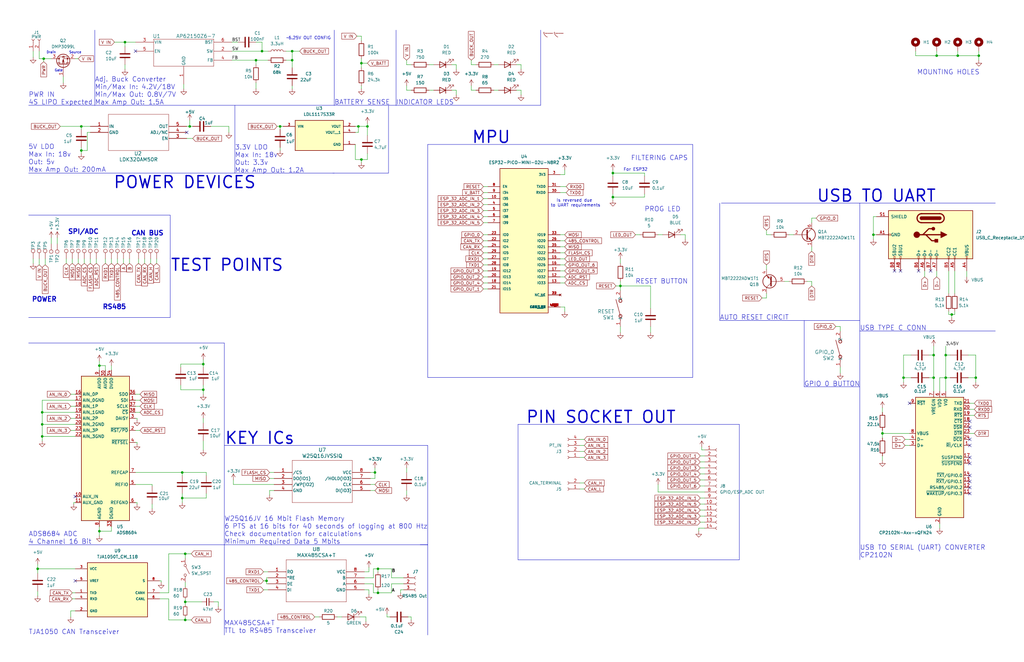
<source format=kicad_sch>
(kicad_sch (version 20231120) (generator "eeschema") (generator_version "8.0")
  (paper "B")
  (lib_symbols
    (symbol "AP62150Z6-7:AP62150Z6-7" (pin_names (offset 0.254))
      (property "Reference" "U4" (at 8.89 2.54 0))
      (property "Value" "AP62150Z6-7" (at 25.4 2.54 0))
      (symbol "AP62150Z6-7_0_1"
        (pin output line (at 40.64 -3.81 180) (length 7.62) (name "SW") (number "2"))
        (pin input line (at 0 -3.81 0) (length 7.62) (name "EN") (number "5"))
      )
      (symbol "AP62150Z6-7_1_1"
        (pin power_in line (at 20.32 -17.78 90) (length 7.62) (name "GND") (number "1"))
        (pin power_out line (at 0 0 0) (length 7.62) (name "VIN") (number "3"))
        (pin power_in line (at 40.64 -7.62 180) (length 7.62) (name "FB") (number "4"))
        (pin input line (at 40.64 0 180) (length 7.62) (name "BST") (number "6"))
      )
    )
    (symbol "Analog_ADC:ADS8684"
      (property "Reference" "U" (at -8.89 31.75 0))
      (property "Value" "ADS8684" (at 8.89 31.75 0))
      (symbol "ADS8684_1_1"
        (pin input line (at 12.7 20.32 180) (length 2.54) (name "SDI") (number "1"))
        (pin input line (at -12.7 -20.32 0) (length 2.54) (name "AUX_IN") (number "10"))
        (pin input line (at -12.7 -22.86 0) (length 2.54) (name "AUX_GND") (number "11"))
        (pin no_connect line (at -10.16 -7.62 0) (length 2.54) hide (name "NC") (number "12"))
        (pin no_connect line (at -10.16 -10.16 0) (length 2.54) hide (name "NC") (number "13"))
        (pin no_connect line (at -10.16 -12.7 0) (length 2.54) hide (name "NC") (number "14"))
        (pin no_connect line (at -10.16 -15.24 0) (length 2.54) hide (name "NC") (number "15"))
        (pin input line (at -12.7 22.86 0) (length 2.54) (name "AIN_0P") (number "16"))
        (pin input line (at -12.7 20.32 0) (length 2.54) (name "AIN_0GND") (number "17"))
        (pin input line (at -12.7 17.78 0) (length 2.54) (name "AIN_1P") (number "18"))
        (pin input line (at -12.7 15.24 0) (length 2.54) (name "AIN_1GND") (number "19"))
        (pin input line (at 12.7 7.62 180) (length 2.54) (name "~{RST/PD}") (number "2"))
        (pin input line (at -12.7 10.16 0) (length 2.54) (name "AIN_2GND") (number "20"))
        (pin input line (at -12.7 12.7 0) (length 2.54) (name "AIN_2P") (number "21"))
        (pin input line (at -12.7 5.08 0) (length 2.54) (name "AIN_3GND") (number "22"))
        (pin input line (at -12.7 7.62 0) (length 2.54) (name "AIN_3P") (number "23"))
        (pin no_connect line (at -10.16 0 0) (length 2.54) hide (name "NC") (number "24"))
        (pin no_connect line (at -10.16 2.54 0) (length 2.54) hide (name "NC") (number "25"))
        (pin no_connect line (at -10.16 -5.08 0) (length 2.54) hide (name "NC") (number "26"))
        (pin no_connect line (at -10.16 -2.54 0) (length 2.54) hide (name "NC") (number "27"))
        (pin passive line (at -2.54 -33.02 90) (length 2.54) hide (name "AGND") (number "28"))
        (pin passive line (at -2.54 -33.02 90) (length 2.54) hide (name "AGND") (number "29"))
        (pin input line (at 12.7 12.7 180) (length 2.54) (name "DAISY") (number "3"))
        (pin power_in line (at 0 33.02 270) (length 2.54) (name "AVDD") (number "30"))
        (pin passive line (at -2.54 -33.02 90) (length 2.54) hide (name "AGND") (number "31"))
        (pin passive line (at -2.54 -33.02 90) (length 2.54) hide (name "AGND") (number "32"))
        (pin power_in line (at 2.54 -33.02 90) (length 2.54) (name "DGND") (number "33"))
        (pin power_in line (at 2.54 33.02 270) (length 2.54) (name "DVDD") (number "34"))
        (pin no_connect line (at 10.16 -5.08 180) (length 2.54) hide (name "DNC") (number "35"))
        (pin output line (at 12.7 22.86 180) (length 2.54) (name "SDO") (number "36"))
        (pin input line (at 12.7 17.78 180) (length 2.54) (name "SCLK") (number "37"))
        (pin input line (at 12.7 15.24 180) (length 2.54) (name "~{CS}") (number "38"))
        (pin input line (at 12.7 2.54 180) (length 2.54) (name "~{REFSEL}") (number "4"))
        (pin passive line (at 12.7 -15.24 180) (length 2.54) (name "REFIO") (number "5"))
        (pin power_in line (at 12.7 -22.86 180) (length 2.54) (name "REFGND") (number "6"))
        (pin passive line (at 12.7 -10.16 180) (length 2.54) (name "REFCAP") (number "7"))
        (pin power_in line (at -2.54 -33.02 90) (length 2.54) (name "AGND") (number "8"))
        (pin power_in line (at -2.54 33.02 270) (length 2.54) (name "AVDD") (number "9"))
      )
    )
    (symbol "Connector:Conn_01x02_Socket" (pin_names (offset 1.016) hide)
      (property "Reference" "J" (at 0 2.54 0))
      (property "Value" "Conn_01x02_Socket" (at 0 -5.08 0))
      (symbol "Conn_01x02_Socket_1_1"
        (pin passive line (at -5.08 0 0) (length 3.81) (name "Pin_1") (number "1"))
        (pin passive line (at -5.08 -2.54 0) (length 3.81) (name "Pin_2") (number "2"))
      )
    )
    (symbol "Connector:Conn_01x03_Socket" (pin_names (offset 1.016) hide)
      (property "Reference" "J" (at 0 5.08 0))
      (property "Value" "Conn_01x03_Socket" (at 0 -5.08 0))
      (symbol "Conn_01x03_Socket_1_1"
        (pin passive line (at -5.08 2.54 0) (length 3.81) (name "Pin_1") (number "1"))
        (pin passive line (at -5.08 0 0) (length 3.81) (name "Pin_2") (number "2"))
        (pin passive line (at -5.08 -2.54 0) (length 3.81) (name "Pin_3") (number "3"))
      )
    )
    (symbol "Connector:Conn_01x04_Socket" (pin_names (offset 1.016) hide)
      (property "Reference" "J" (at 0 5.08 0))
      (property "Value" "Conn_01x04_Socket" (at 0 -7.62 0))
      (symbol "Conn_01x04_Socket_1_1"
        (pin passive line (at -5.08 2.54 0) (length 3.81) (name "Pin_1") (number "1"))
        (pin passive line (at -5.08 0 0) (length 3.81) (name "Pin_2") (number "2"))
        (pin passive line (at -5.08 -2.54 0) (length 3.81) (name "Pin_3") (number "3"))
        (pin passive line (at -5.08 -5.08 0) (length 3.81) (name "Pin_4") (number "4"))
      )
    )
    (symbol "Connector:Conn_01x14_Socket" (pin_names (offset 1.016) hide)
      (property "Reference" "J" (at 0 17.78 0))
      (property "Value" "Conn_01x14_Socket" (at 0 -20.32 0))
      (symbol "Conn_01x14_Socket_1_1"
        (pin passive line (at -5.08 15.24 0) (length 3.81) (name "Pin_1") (number "1"))
        (pin passive line (at -5.08 -7.62 0) (length 3.81) (name "Pin_10") (number "10"))
        (pin passive line (at -5.08 -10.16 0) (length 3.81) (name "Pin_11") (number "11"))
        (pin passive line (at -5.08 -12.7 0) (length 3.81) (name "Pin_12") (number "12"))
        (pin passive line (at -5.08 -15.24 0) (length 3.81) (name "Pin_13") (number "13"))
        (pin passive line (at -5.08 -17.78 0) (length 3.81) (name "Pin_14") (number "14"))
        (pin passive line (at -5.08 12.7 0) (length 3.81) (name "Pin_2") (number "2"))
        (pin passive line (at -5.08 10.16 0) (length 3.81) (name "Pin_3") (number "3"))
        (pin passive line (at -5.08 7.62 0) (length 3.81) (name "Pin_4") (number "4"))
        (pin passive line (at -5.08 5.08 0) (length 3.81) (name "Pin_5") (number "5"))
        (pin passive line (at -5.08 2.54 0) (length 3.81) (name "Pin_6") (number "6"))
        (pin passive line (at -5.08 0 0) (length 3.81) (name "Pin_7") (number "7"))
        (pin passive line (at -5.08 -2.54 0) (length 3.81) (name "Pin_8") (number "8"))
        (pin passive line (at -5.08 -5.08 0) (length 3.81) (name "Pin_9") (number "9"))
      )
    )
    (symbol "Connector:TestPoint" (pin_numbers hide) (pin_names (offset 0.762) hide)
      (property "Reference" "TP" (at 0 6.858 0))
      (property "Value" "TestPoint" (at 0 5.08 0))
      (symbol "TestPoint_1_1"
        (pin passive line (at 0 0 90) (length 2.54) (name "1") (number "1"))
      )
    )
    (symbol "Connector:USB_C_Receptacle_USB2.0" (pin_names (offset 1.016))
      (property "Reference" "J" (at -10.16 19.05 0))
      (property "Value" "USB_C_Receptacle_USB2.0" (at 19.05 19.05 0))
      (symbol "USB_C_Receptacle_USB2.0_1_1"
        (pin passive line (at 0 -22.86 90) (length 5.08) (name "GND") (number "A1"))
        (pin passive line (at 0 -22.86 90) (length 5.08) hide (name "GND") (number "A12"))
        (pin passive line (at 15.24 15.24 180) (length 5.08) (name "VBUS") (number "A4"))
        (pin bidirectional line (at 15.24 10.16 180) (length 5.08) (name "CC1") (number "A5"))
        (pin bidirectional line (at 15.24 -2.54 180) (length 5.08) (name "D+") (number "A6"))
        (pin bidirectional line (at 15.24 2.54 180) (length 5.08) (name "D-") (number "A7"))
        (pin bidirectional line (at 15.24 -12.7 180) (length 5.08) (name "SBU1") (number "A8"))
        (pin passive line (at 15.24 15.24 180) (length 5.08) hide (name "VBUS") (number "A9"))
        (pin passive line (at 0 -22.86 90) (length 5.08) hide (name "GND") (number "B1"))
        (pin passive line (at 0 -22.86 90) (length 5.08) hide (name "GND") (number "B12"))
        (pin passive line (at 15.24 15.24 180) (length 5.08) hide (name "VBUS") (number "B4"))
        (pin bidirectional line (at 15.24 7.62 180) (length 5.08) (name "CC2") (number "B5"))
        (pin bidirectional line (at 15.24 -5.08 180) (length 5.08) (name "D+") (number "B6"))
        (pin bidirectional line (at 15.24 0 180) (length 5.08) (name "D-") (number "B7"))
        (pin bidirectional line (at 15.24 -15.24 180) (length 5.08) (name "SBU2") (number "B8"))
        (pin passive line (at 15.24 15.24 180) (length 5.08) hide (name "VBUS") (number "B9"))
        (pin passive line (at -7.62 -22.86 90) (length 5.08) (name "SHIELD") (number "S1"))
      )
    )
    (symbol "Device:C" (pin_numbers hide) (pin_names (offset 0.254))
      (property "Reference" "C" (at 0.635 2.54 0))
      (property "Value" "C" (at 0.635 -2.54 0))
      (symbol "C_1_1"
        (pin passive line (at 0 3.81 270) (length 2.794) (name "~") (number "1"))
        (pin passive line (at 0 -3.81 90) (length 2.794) (name "~") (number "2"))
      )
    )
    (symbol "Device:C_Small" (pin_numbers hide) (pin_names (offset 0.254) hide)
      (property "Reference" "C" (at 0.254 1.778 0))
      (property "Value" "C_Small" (at 0.254 -2.032 0))
      (symbol "C_Small_1_1"
        (pin passive line (at 0 2.54 270) (length 2.032) (name "~") (number "1"))
        (pin passive line (at 0 -2.54 90) (length 2.032) (name "~") (number "2"))
      )
    )
    (symbol "Device:L" (pin_numbers hide) (pin_names (offset 1.016) hide)
      (property "Reference" "L" (at -1.27 0 90))
      (property "Value" "L" (at 1.905 0 90))
      (symbol "L_1_1"
        (pin passive line (at 0 3.81 270) (length 1.27) (name "1") (number "1"))
        (pin passive line (at 0 -3.81 90) (length 1.27) (name "2") (number "2"))
      )
    )
    (symbol "Device:LED" (pin_numbers hide) (pin_names (offset 1.016) hide)
      (property "Reference" "D" (at 0 2.54 0))
      (property "Value" "LED" (at 0 -2.54 0))
      (symbol "LED_1_1"
        (pin passive line (at -3.81 0 0) (length 2.54) (name "K") (number "1"))
        (pin passive line (at 3.81 0 180) (length 2.54) (name "A") (number "2"))
      )
    )
    (symbol "Device:Q_PMOS_GSD" (pin_names (offset 0) hide)
      (property "Reference" "Q" (at 5.08 1.27 0))
      (property "Value" "Q_PMOS_GSD" (at 5.08 -1.27 0))
      (symbol "Q_PMOS_GSD_1_1"
        (pin input line (at -5.08 0 0) (length 2.54) (name "G") (number "1"))
        (pin passive line (at 2.54 -5.08 90) (length 2.54) (name "S") (number "2"))
        (pin passive line (at 2.54 5.08 270) (length 2.54) (name "D") (number "3"))
      )
    )
    (symbol "Device:R" (pin_numbers hide) (pin_names (offset 0))
      (property "Reference" "R" (at 2.032 0 90))
      (property "Value" "R" (at 0 0 90))
      (symbol "R_1_1"
        (pin passive line (at 0 3.81 270) (length 1.27) (name "~") (number "1"))
        (pin passive line (at 0 -3.81 90) (length 1.27) (name "~") (number "2"))
      )
    )
    (symbol "Device:R_Small" (pin_numbers hide) (pin_names (offset 0.254) hide)
      (property "Reference" "R" (at 0.762 0.508 0))
      (property "Value" "R_Small" (at 0.762 -1.016 0))
      (symbol "R_Small_1_1"
        (pin passive line (at 0 2.54 270) (length 0.762) (name "~") (number "1"))
        (pin passive line (at 0 -2.54 90) (length 0.762) (name "~") (number "2"))
      )
    )
    (symbol "ESP32-PICO-MINI-02U:ESP32-PICO-MINI-02U-N8R2" (pin_names (offset 1.016))
      (property "Reference" "U10" (at 0 35.56 0))
      (property "Value" "ESP32-PICO-MINI-02U-N8R2" (at 0 33.02 0))
      (symbol "ESP32-PICO-MINI-02U-N8R2_0_0"
        (pin power_in line (at 15.24 -27.94 180) (length 5.08) (name "GND") (number "1"))
        (pin input line (at -15.24 17.78 0) (length 5.08) (name "I35") (number "10"))
        (pin power_in line (at 15.24 -27.94 180) (length 5.08) (name "GND__2") (number "11"))
        (pin bidirectional line (at 15.24 -15.24 180) (length 5.08) (name "IO32") (number "12"))
        (pin bidirectional line (at 15.24 -17.78 180) (length 5.08) (name "IO33") (number "13"))
        (pin power_in line (at 15.24 -27.94 180) (length 5.08) (name "GND__3") (number "14"))
        (pin bidirectional line (at 15.24 -7.62 180) (length 5.08) (name "IO25") (number "15"))
        (pin bidirectional line (at 15.24 -10.16 180) (length 5.08) (name "IO26") (number "16"))
        (pin bidirectional line (at 15.24 -12.7 180) (length 5.08) (name "IO27") (number "17"))
        (pin bidirectional line (at -15.24 -17.78 0) (length 5.08) (name "IO14") (number "18"))
        (pin bidirectional line (at -15.24 -12.7 0) (length 5.08) (name "IO12") (number "19"))
        (pin power_in line (at 15.24 -27.94 180) (length 5.08) (name "GND__1") (number "2"))
        (pin bidirectional line (at -15.24 -15.24 0) (length 5.08) (name "IO13") (number "20"))
        (pin bidirectional line (at -15.24 -20.32 0) (length 5.08) (name "IO15") (number "21"))
        (pin bidirectional line (at -15.24 0 0) (length 5.08) (name "IO2") (number "22"))
        (pin bidirectional line (at -15.24 2.54 0) (length 5.08) (name "IO0") (number "23"))
        (pin bidirectional line (at -15.24 -2.54 0) (length 5.08) (name "IO4") (number "24"))
        (pin no_connect line (at 15.24 -22.86 180) (length 5.08) (name "NC") (number "25"))
        (pin bidirectional line (at 15.24 0 180) (length 5.08) (name "IO20") (number "26"))
        (pin bidirectional line (at -15.24 -7.62 0) (length 5.08) (name "IO7") (number "27"))
        (pin bidirectional line (at -15.24 -10.16 0) (length 5.08) (name "IO8") (number "28"))
        (pin bidirectional line (at -15.24 -5.08 0) (length 5.08) (name "IO5") (number "29"))
        (pin power_in line (at 15.24 27.94 180) (length 5.08) (name "3V3") (number "3"))
        (pin bidirectional line (at 15.24 20.32 180) (length 5.08) (name "RXD0") (number "30"))
        (pin bidirectional line (at 15.24 22.86 180) (length 5.08) (name "TXD0") (number "31"))
        (pin no_connect line (at 15.24 -22.86 180) (length 5.08) (name "NC__1") (number "32"))
        (pin bidirectional line (at 15.24 2.54 180) (length 5.08) (name "IO19") (number "33"))
        (pin bidirectional line (at 15.24 -5.08 180) (length 5.08) (name "IO22") (number "34"))
        (pin bidirectional line (at 15.24 -2.54 180) (length 5.08) (name "IO21") (number "35"))
        (pin power_in line (at 15.24 -27.94 180) (length 5.08) (name "GND__4") (number "36"))
        (pin power_in line (at 15.24 -27.94 180) (length 5.08) (name "GND__5") (number "37"))
        (pin power_in line (at 15.24 -27.94 180) (length 5.08) (name "GND__6") (number "38"))
        (pin power_in line (at 15.24 -27.94 180) (length 5.08) (name "GND__7") (number "39"))
        (pin input line (at -15.24 15.24 0) (length 5.08) (name "I36") (number "4"))
        (pin power_in line (at 15.24 -27.94 180) (length 5.08) (name "GND__8") (number "40"))
        (pin power_in line (at 15.24 -27.94 180) (length 5.08) (name "GND__9") (number "41"))
        (pin power_in line (at 15.24 -27.94 180) (length 5.08) (name "GND__10") (number "42"))
        (pin power_in line (at 15.24 -27.94 180) (length 5.08) (name "GND__11") (number "43"))
        (pin power_in line (at 15.24 -27.94 180) (length 5.08) (name "GND__12") (number "44"))
        (pin power_in line (at 15.24 -27.94 180) (length 5.08) (name "GND__13") (number "45"))
        (pin power_in line (at 15.24 -27.94 180) (length 5.08) (name "GND__14") (number "46"))
        (pin power_in line (at 15.24 -27.94 180) (length 5.08) (name "GND__15") (number "47"))
        (pin power_in line (at 15.24 -27.94 180) (length 5.08) (name "GND__16") (number "48"))
        (pin power_in line (at 15.24 -27.94 180) (length 5.08) (name "GND__17") (number "49_1"))
        (pin power_in line (at 15.24 -27.94 180) (length 5.08) (name "GND__18") (number "49_2"))
        (pin power_in line (at 15.24 -27.94 180) (length 5.08) (name "GND__19") (number "49_3"))
        (pin power_in line (at 15.24 -27.94 180) (length 5.08) (name "GND__20") (number "49_4"))
        (pin power_in line (at 15.24 -27.94 180) (length 5.08) (name "GND__21") (number "49_5"))
        (pin power_in line (at 15.24 -27.94 180) (length 5.08) (name "GND__22") (number "49_6"))
        (pin power_in line (at 15.24 -27.94 180) (length 5.08) (name "GND__23") (number "49_7"))
        (pin power_in line (at 15.24 -27.94 180) (length 5.08) (name "GND__24") (number "49_8"))
        (pin power_in line (at 15.24 -27.94 180) (length 5.08) (name "GND__25") (number "49_9"))
        (pin input line (at -15.24 12.7 0) (length 5.08) (name "I37") (number "5"))
        (pin power_in line (at 15.24 -27.94 180) (length 5.08) (name "GND__26") (number "50"))
        (pin power_in line (at 15.24 -27.94 180) (length 5.08) (name "GND__27") (number "51"))
        (pin power_in line (at 15.24 -27.94 180) (length 5.08) (name "GND__28") (number "52"))
        (pin power_in line (at 15.24 -27.94 180) (length 5.08) (name "GND__29") (number "53"))
        (pin input line (at -15.24 10.16 0) (length 5.08) (name "I38") (number "6"))
        (pin input line (at -15.24 7.62 0) (length 5.08) (name "I39") (number "7"))
        (pin input line (at -15.24 22.86 0) (length 5.08) (name "EN") (number "8"))
        (pin input line (at -15.24 20.32 0) (length 5.08) (name "I34") (number "9"))
      )
    )
    (symbol "Interface_USB:CP2102N-Axx-xQFN24"
      (property "Reference" "U" (at -8.89 26.67 0))
      (property "Value" "CP2102N-Axx-xQFN24" (at 13.97 26.67 0))
      (symbol "CP2102N-Axx-xQFN24_1_1"
        (pin bidirectional line (at 12.7 5.08 180) (length 2.54) (name "~{RI}/CLK") (number "1"))
        (pin no_connect line (at -10.16 -22.86 0) (length 2.54) hide (name "NC") (number "10"))
        (pin bidirectional line (at 12.7 -15.24 180) (length 2.54) (name "~{WAKEUP}/GPIO.3") (number "11"))
        (pin bidirectional line (at 12.7 -12.7 180) (length 2.54) (name "RS485/GPIO.2") (number "12"))
        (pin bidirectional line (at 12.7 -10.16 180) (length 2.54) (name "~{RXT}/GPIO.1") (number "13"))
        (pin bidirectional line (at 12.7 -7.62 180) (length 2.54) (name "~{TXT}/GPIO.0") (number "14"))
        (pin output line (at 12.7 -2.54 180) (length 2.54) (name "~{SUSPEND}") (number "15"))
        (pin no_connect line (at 10.16 -22.86 180) (length 2.54) hide (name "NC") (number "16"))
        (pin output line (at 12.7 0 180) (length 2.54) (name "SUSPEND") (number "17"))
        (pin input line (at 12.7 15.24 180) (length 2.54) (name "~{CTS}") (number "18"))
        (pin output line (at 12.7 17.78 180) (length 2.54) (name "~{RTS}") (number "19"))
        (pin power_in line (at 0 -27.94 90) (length 2.54) (name "GND") (number "2"))
        (pin input line (at 12.7 20.32 180) (length 2.54) (name "RXD") (number "20"))
        (pin output line (at 12.7 22.86 180) (length 2.54) (name "TXD") (number "21"))
        (pin input line (at 12.7 12.7 180) (length 2.54) (name "~{DSR}") (number "22"))
        (pin output line (at 12.7 10.16 180) (length 2.54) (name "~{DTR}") (number "23"))
        (pin input line (at 12.7 7.62 180) (length 2.54) (name "~{DCD}") (number "24"))
        (pin passive line (at 0 -27.94 90) (length 2.54) hide (name "GND") (number "25"))
        (pin bidirectional line (at -12.7 5.08 0) (length 2.54) (name "D+") (number "3"))
        (pin bidirectional line (at -12.7 7.62 0) (length 2.54) (name "D-") (number "4"))
        (pin power_in line (at 2.54 27.94 270) (length 2.54) (name "VIO") (number "5"))
        (pin power_in line (at 0 27.94 270) (length 2.54) (name "VDD") (number "6"))
        (pin power_in line (at -2.54 27.94 270) (length 2.54) (name "VREGIN") (number "7"))
        (pin input line (at -12.7 10.16 0) (length 2.54) (name "VBUS") (number "8"))
        (pin input line (at -12.7 22.86 0) (length 2.54) (name "~{RST}") (number "9"))
      )
    )
    (symbol "LDK320AM50R:LDK320AM50R" (pin_names (offset 0.254))
      (property "Reference" "U" (at 20.32 10.16 0))
      (property "Value" "LDK320AM50R" (at 20.32 7.62 0))
      (symbol "LDK320AM50R_0_1"
        (pin input line (at 0 0 0) (length 7.62) (name "IN") (number "1"))
        (pin power_out line (at 0 -2.54 0) (length 7.62) (name "GND") (number "2"))
        (pin input line (at 40.64 -5.08 180) (length 7.62) (name "EN") (number "3"))
        (pin bidirectional line (at 40.64 -2.54 180) (length 7.62) (name "ADJ/NC") (number "4"))
        (pin output line (at 40.64 0 180) (length 7.62) (name "OUT") (number "5"))
      )
    )
    (symbol "LDL1117S33R:LDL1117S33R" (pin_names (offset 1.016))
      (property "Reference" "U" (at -10.16 7.62 0))
      (property "Value" "LDL1117S33R" (at -10.16 -12.7 0))
      (symbol "LDL1117S33R_0_0"
        (pin power_in line (at 15.24 -5.08 180) (length 5.08) (name "GND") (number "1"))
        (pin output line (at 15.24 2.54 180) (length 5.08) (name "VOUT") (number "2"))
        (pin input line (at -15.24 2.54 0) (length 5.08) (name "VIN") (number "3"))
        (pin output line (at 15.24 0 180) (length 5.08) (name "VOUT__1") (number "4"))
      )
    )
    (symbol "MAX485CSA_T:MAX485CSA+T" (pin_names (offset 0.254))
      (property "Reference" "U" (at 20.32 10.16 0))
      (property "Value" "MAX485CSA+T" (at 20.32 7.62 0))
      (symbol "MAX485CSA+T_0_1"
        (pin output line (at 0 0 0) (length 7.62) (name "RO") (number "1"))
        (pin output line (at 0 -2.54 0) (length 7.62) (name "*RE") (number "2"))
        (pin output line (at 0 -5.08 0) (length 7.62) (name "DE") (number "3"))
        (pin input line (at 0 -7.62 0) (length 7.62) (name "DI") (number "4"))
        (pin power_out line (at 40.64 -7.62 180) (length 7.62) (name "GND") (number "5"))
        (pin unspecified line (at 40.64 -5.08 180) (length 7.62) (name "A") (number "6"))
        (pin unspecified line (at 40.64 -2.54 180) (length 7.62) (name "B") (number "7"))
        (pin power_in line (at 40.64 0 180) (length 7.62) (name "VCC") (number "8"))
      )
    )
    (symbol "Mechanical:MountingHole_Pad" (pin_numbers hide) (pin_names (offset 1.016) hide)
      (property "Reference" "H" (at 0 6.35 0))
      (property "Value" "MountingHole_Pad" (at 0 4.445 0))
      (symbol "MountingHole_Pad_1_1"
        (pin input line (at 0 -2.54 90) (length 2.54) (name "1") (number "1"))
      )
    )
    (symbol "PTS636 SM50J SMTR LFS:PTS636_SM50J_SMTR_LFS" (pin_names (offset 0.254))
      (property "Reference" "SW" (at 7.62 3.81 0))
      (property "Value" "PTS636 SM50J SMTR LFS" (at 0 0 0))
      (symbol "PTS636_SM50J_SMTR_LFS_0_1"
        (pin unspecified line (at 0 0 0) (length 2.54) (name "1") (number "1"))
        (pin unspecified line (at 15.24 0 180) (length 2.54) (name "2") (number "2"))
      )
    )
    (symbol "RP Logo:LOGO" (pin_names (offset 1.016)))
    (symbol "Switch:SW_SPST" (pin_names (offset 0) hide)
      (property "Reference" "SW" (at 0 3.175 0))
      (property "Value" "SW_SPST" (at 0 -2.54 0))
      (symbol "SW_SPST_1_1"
        (pin passive line (at -5.08 0 0) (length 2.54) (name "A") (number "1"))
        (pin passive line (at 5.08 0 180) (length 2.54) (name "B") (number "2"))
      )
    )
    (symbol "TJA1050T:TJA1050T_CM_118" (pin_names (offset 1.016))
      (property "Reference" "U" (at -12.7 11.049 0))
      (property "Value" "TJA1050T_CM_118" (at -12.7 -15.24 0))
      (symbol "TJA1050T_CM_118_0_0"
        (pin input line (at 17.78 -2.54 180) (length 5.08) (name "TXD") (number "1"))
        (pin power_in line (at 17.78 -10.16 180) (length 5.08) (name "GND") (number "2"))
        (pin power_in line (at 17.78 7.62 180) (length 5.08) (name "VCC") (number "3"))
        (pin output line (at 17.78 -5.08 180) (length 5.08) (name "RXD") (number "4"))
        (pin output line (at 17.78 2.54 180) (length 5.08) (name "VREF") (number "5"))
        (pin bidirectional line (at -17.78 -5.08 0) (length 5.08) (name "CANL") (number "6"))
        (pin bidirectional line (at -17.78 -2.54 0) (length 5.08) (name "CANH") (number "7"))
        (pin input line (at -17.78 2.54 0) (length 5.08) (name "S") (number "8"))
      )
    )
    (symbol "Transistor_BJT:MBT2222ADW1T1" (pin_names (offset 0) hide)
      (property "Reference" "Q" (at 5.08 1.27 0))
      (property "Value" "MBT2222ADW1T1" (at 5.08 -1.27 0))
      (symbol "MBT2222ADW1T1_1_1"
        (pin passive line (at 2.54 -5.08 90) (length 2.54) (name "E1") (number "1"))
        (pin input line (at -5.08 0 0) (length 2.54) (name "B1") (number "2"))
        (pin passive line (at 2.54 5.08 270) (length 2.54) (name "C1") (number "6"))
      )
      (symbol "MBT2222ADW1T1_2_1"
        (pin passive line (at 2.54 5.08 270) (length 2.54) (name "C2") (number "3"))
        (pin passive line (at 2.54 -5.08 90) (length 2.54) (name "E2") (number "4"))
        (pin input line (at -5.08 0 0) (length 2.54) (name "B2") (number "5"))
      )
    )
    (symbol "W25Q16JVSSIQ:W25Q16JVSSIQ" (pin_names (offset 0.254))
      (property "Reference" "U" (at 20.32 10.16 0))
      (property "Value" "W25Q16JVSSIQ" (at 20.32 7.62 0))
      (symbol "W25Q16JVSSIQ_1_1"
        (pin bidirectional line (at 0 0 0) (length 7.62) (name "/CS") (number "1"))
        (pin bidirectional line (at 0 -2.54 0) (length 7.62) (name "DO(IO1)") (number "2"))
        (pin bidirectional line (at 0 -5.08 0) (length 7.62) (name "/WP(IO2)") (number "3"))
        (pin bidirectional line (at 0 -7.62 0) (length 7.62) (name "GND") (number "4"))
        (pin bidirectional line (at 40.64 -7.62 180) (length 7.62) (name "DI(IO3)") (number "5"))
        (pin bidirectional line (at 40.64 -5.08 180) (length 7.62) (name "CLK") (number "6"))
        (pin bidirectional line (at 40.64 -2.54 180) (length 7.62) (name "/HOLD(IO3)") (number "7"))
        (pin bidirectional line (at 40.64 0 180) (length 7.62) (name "VCC") (number "8"))
      )
    )
    (symbol "power:+3.3V" (power) (pin_names (offset 0))
      (property "Value" "+3.3V" (at 0 3.556 0))
      (symbol "+3.3V_1_1"
        (pin power_in line (at 0 0 90) (length 0) hide (name "+3.3V") (number "1"))
      )
    )
    (symbol "power:+5V" (power) (pin_names (offset 0))
      (property "Value" "+5V" (at 0 3.556 0))
      (symbol "+5V_1_1"
        (pin power_in line (at 0 0 90) (length 0) hide (name "+5V") (number "1"))
      )
    )
    (symbol "power:GND" (power) (pin_names (offset 0))
      (property "Value" "GND" (at 0 -3.81 0))
      (symbol "GND_1_1"
        (pin power_in line (at 0 0 270) (length 0) hide (name "GND") (number "1"))
      )
    )
    (symbol "power:VBUS" (power) (pin_names (offset 0))
      (property "Value" "VBUS" (at 0 3.81 0))
      (symbol "VBUS_1_1"
        (pin power_in line (at 0 0 90) (length 0) hide (name "VBUS") (number "1"))
      )
    )
  )
  (junction (at 393.7 149.86))
  (junction (at 261.62 120.65))
  (junction (at 78.105 254))
  (junction (at 85.725 153.67))
  (junction (at 18.415 24.765))
  (junction (at 412.75 23.495))
  (junction (at 398.78 149.86))
  (junction (at 78.105 261.62))
  (junction (at 159.385 240.03))
  (junction (at 76.835 210.185))
  (junction (at 123.19 25.4))
  (junction (at 151.13 53.34))
  (junction (at 394.97 23.495))
  (junction (at 15.875 240.03))
  (junction (at 76.835 199.39))
  (junction (at 52.705 17.78))
  (junction (at 78.105 233.68))
  (junction (at 381 159.385))
  (junction (at 107.95 25.4))
  (junction (at 401.32 132.715))
  (junction (at 398.78 159.385))
  (junction (at 152.4 26.67))
  (junction (at 34.29 63.5))
  (junction (at 258.445 83.185))
  (junction (at 372.11 182.88))
  (junction (at 34.29 53.34))
  (junction (at 159.385 250.19))
  (junction (at 123.19 21.59))
  (junction (at 41.91 154.305))
  (junction (at 393.7 159.385))
  (junction (at 110.49 21.59))
  (junction (at 154.94 53.34))
  (junction (at 411.48 159.385))
  (junction (at 80.01 53.34))
  (junction (at 118.11 53.34))
  (junction (at 158.115 199.39))
  (junction (at 368.3 99.06))
  (junction (at 17.78 173.99))
  (junction (at 17.78 184.15))
  (junction (at 258.445 73.025))
  (junction (at 403.86 23.495))
  (junction (at 17.78 179.07))
  (junction (at 85.725 164.465))
  (junction (at 152.4 67.31))
  (junction (at 112.395 245.11))
  (junction (at 41.91 224.155))
  (no_connect (at 377.19 114.3))
  (no_connect (at 408.94 205.74))
  (no_connect (at 383.54 170.18))
  (no_connect (at 379.73 114.3))
  (no_connect (at 408.94 187.96))
  (no_connect (at 57.15 21.59))
  (no_connect (at 78.74 55.88))
  (no_connect (at 408.94 203.2))
  (no_connect (at 408.94 193.04))
  (no_connect (at 408.94 185.42))
  (no_connect (at 392.43 114.3))
  (no_connect (at 408.94 177.8))
  (no_connect (at 31.75 245.11))
  (no_connect (at 408.94 200.66))
  (no_connect (at 387.35 114.3))
  (no_connect (at 31.75 209.55))
  (no_connect (at 408.94 180.34))
  (no_connect (at 408.94 208.28))
  (no_connect (at 408.94 195.58))
  (wire (pts (xy 398.78 159.385) (xy 398.78 165.1)))
  (polyline (pts (xy 303.53 135.255) (xy 303.53 85.725)))
  (wire (pts (xy 112.395 245.11) (xy 112.395 243.84)))
  (wire (pts (xy 113.665 207.01) (xy 115.57 207.01)))
  (wire (pts (xy 29.845 257.81) (xy 29.845 260.35)))
  (wire (pts (xy 155.575 248.92) (xy 155.575 250.825)))
  (wire (pts (xy 381.635 187.96) (xy 383.54 187.96)))
  (wire (pts (xy 107.95 34.925) (xy 107.95 37.465)))
  (wire (pts (xy 238.125 111.76) (xy 236.22 111.76)))
  (wire (pts (xy 192.405 40.005) (xy 192.405 38.1)))
  (wire (pts (xy 372.11 194.31) (xy 372.11 192.405)))
  (wire (pts (xy 156.21 199.39) (xy 158.115 199.39)))
  (wire (pts (xy 13.97 24.13) (xy 13.97 21.59)))
  (wire (pts (xy 258.445 73.025) (xy 258.445 74.295)))
  (wire (pts (xy 267.97 99.06) (xy 269.875 99.06)))
  (wire (pts (xy 123.19 25.4) (xy 123.19 28.575)))
  (wire (pts (xy 154.305 260.35) (xy 154.305 262.255)))
  (wire (pts (xy 238.76 78.74) (xy 236.22 78.74)))
  (wire (pts (xy 48.26 17.78) (xy 52.705 17.78)))
  (wire (pts (xy 76.835 200.66) (xy 76.835 199.39)))
  (wire (pts (xy 398.78 159.385) (xy 396.24 159.385)))
  (wire (pts (xy 31.75 179.07) (xy 17.78 179.07)))
  (wire (pts (xy 57.15 199.39) (xy 76.835 199.39)))
  (wire (pts (xy 369.57 99.06) (xy 368.3 99.06)))
  (polyline (pts (xy 362.585 85.725) (xy 419.735 85.725)))
  (wire (pts (xy 323.215 123.825) (xy 323.215 125.73)))
  (wire (pts (xy 31.75 212.09) (xy 31.115 212.09)))
  (wire (pts (xy 203.835 109.22) (xy 205.74 109.22)))
  (wire (pts (xy 34.29 53.34) (xy 34.29 54.61)))
  (polyline (pts (xy 99.06 73.025) (xy 99.06 44.45)))
  (wire (pts (xy 238.125 129.54) (xy 238.125 131.445)))
  (wire (pts (xy 297.18 222.885) (xy 294.64 222.885)))
  (wire (pts (xy 113.665 207.01) (xy 113.665 208.915)))
  (wire (pts (xy 238.125 73.66) (xy 236.22 73.66)))
  (wire (pts (xy 57.785 186.69) (xy 57.785 187.325)))
  (polyline (pts (xy 218.44 236.22) (xy 311.785 236.22)))
  (wire (pts (xy 342.265 106.045) (xy 342.265 104.14)))
  (wire (pts (xy 58.42 111.125) (xy 58.42 109.22)))
  (wire (pts (xy 393.7 146.05) (xy 393.7 149.86)))
  (wire (pts (xy 295.275 202.565) (xy 297.18 202.565)))
  (wire (pts (xy 400.05 114.3) (xy 400.05 123.825)))
  (wire (pts (xy 203.835 86.36) (xy 205.74 86.36)))
  (wire (pts (xy 78.105 245.745) (xy 78.105 247.65)))
  (wire (pts (xy 46.99 222.25) (xy 46.99 224.155)))
  (wire (pts (xy 155.575 239.395) (xy 155.575 241.3)))
  (polyline (pts (xy 12.065 73.025) (xy 99.06 73.025)))
  (wire (pts (xy 15.875 240.03) (xy 31.75 240.03)))
  (wire (pts (xy 203.835 104.14) (xy 205.74 104.14)))
  (wire (pts (xy 63.5 111.125) (xy 63.5 109.22)))
  (wire (pts (xy 393.7 159.385) (xy 393.7 165.1)))
  (wire (pts (xy 394.97 21.59) (xy 394.97 23.495)))
  (wire (pts (xy 391.795 149.86) (xy 393.7 149.86)))
  (polyline (pts (xy 180.34 159.258) (xy 292.1 159.258)))
  (wire (pts (xy 25.4 53.34) (xy 34.29 53.34)))
  (wire (pts (xy 400.05 131.445) (xy 400.05 132.715)))
  (wire (pts (xy 85.725 162.56) (xy 85.725 164.465)))
  (wire (pts (xy 151.13 53.34) (xy 154.94 53.34)))
  (wire (pts (xy 153.67 246.38) (xy 157.48 246.38)))
  (wire (pts (xy 40.64 111.125) (xy 40.64 109.22)))
  (wire (pts (xy 332.74 99.06) (xy 334.645 99.06)))
  (wire (pts (xy 159.385 240.03) (xy 165.1 240.03)))
  (wire (pts (xy 192.405 29.21) (xy 192.405 27.305)))
  (wire (pts (xy 78.105 261.62) (xy 80.645 261.62)))
  (wire (pts (xy 153.67 243.84) (xy 157.48 243.84)))
  (wire (pts (xy 352.425 137.795) (xy 354.33 137.795)))
  (wire (pts (xy 44.45 111.125) (xy 44.45 109.22)))
  (wire (pts (xy 401.32 132.715) (xy 401.32 133.985)))
  (wire (pts (xy 261.62 137.795) (xy 261.62 140.335)))
  (wire (pts (xy 113.665 199.39) (xy 115.57 199.39)))
  (wire (pts (xy 246.38 190.5) (xy 244.475 190.5)))
  (wire (pts (xy 354.33 154.94) (xy 354.33 157.48)))
  (wire (pts (xy 408.305 159.385) (xy 411.48 159.385)))
  (wire (pts (xy 400.685 159.385) (xy 398.78 159.385)))
  (wire (pts (xy 372.11 172.085) (xy 372.11 173.99)))
  (wire (pts (xy 410.845 170.18) (xy 408.94 170.18)))
  (wire (pts (xy 171.45 207.01) (xy 171.45 208.915)))
  (wire (pts (xy 236.22 101.6) (xy 238.125 101.6)))
  (wire (pts (xy 403.86 21.59) (xy 403.86 23.495)))
  (wire (pts (xy 57.15 212.09) (xy 57.785 212.09)))
  (wire (pts (xy 150.495 15.24) (xy 152.4 15.24)))
  (wire (pts (xy 384.175 159.385) (xy 381 159.385)))
  (polyline (pts (xy 40.005 44.45) (xy 140.97 44.45)))
  (wire (pts (xy 288.925 100.965) (xy 288.925 99.06)))
  (wire (pts (xy 219.71 40.005) (xy 219.71 38.1)))
  (wire (pts (xy 238.76 81.28) (xy 236.22 81.28)))
  (wire (pts (xy 78.105 233.68) (xy 78.105 235.585)))
  (wire (pts (xy 165.1 243.84) (xy 170.18 243.84)))
  (wire (pts (xy 107.95 25.4) (xy 107.95 27.305)))
  (wire (pts (xy 80.645 233.68) (xy 78.105 233.68)))
  (polyline (pts (xy 362.585 139.7) (xy 419.735 139.7)))
  (wire (pts (xy 80.01 53.34) (xy 80.01 50.8)))
  (wire (pts (xy 112.395 246.38) (xy 112.395 245.11)))
  (wire (pts (xy 151.13 55.88) (xy 151.13 53.34)))
  (wire (pts (xy 238.125 106.68) (xy 236.22 106.68)))
  (wire (pts (xy 41.91 152.4) (xy 41.91 154.305)))
  (wire (pts (xy 203.835 91.44) (xy 205.74 91.44)))
  (wire (pts (xy 76.835 199.39) (xy 86.995 199.39)))
  (wire (pts (xy 16.51 24.765) (xy 18.415 24.765)))
  (wire (pts (xy 203.835 81.28) (xy 205.74 81.28)))
  (wire (pts (xy 76.2 153.67) (xy 76.2 154.94)))
  (wire (pts (xy 182.88 27.305) (xy 180.975 27.305)))
  (wire (pts (xy 31.75 173.99) (xy 17.78 173.99)))
  (wire (pts (xy 394.97 23.495) (xy 403.86 23.495)))
  (wire (pts (xy 398.78 149.86) (xy 398.78 159.385)))
  (wire (pts (xy 411.48 149.86) (xy 411.48 159.385)))
  (wire (pts (xy 59.055 181.61) (xy 57.15 181.61)))
  (wire (pts (xy 31.75 168.91) (xy 17.78 168.91)))
  (polyline (pts (xy 339.09 163.195) (xy 339.09 135.255)))
  (wire (pts (xy 86.995 210.185) (xy 76.835 210.185)))
  (wire (pts (xy 78.105 254) (xy 85.09 254)))
  (wire (pts (xy 396.24 222.885) (xy 396.24 220.98)))
  (wire (pts (xy 76.2 162.56) (xy 76.2 164.465)))
  (wire (pts (xy 295.275 210.185) (xy 297.18 210.185)))
  (polyline (pts (xy 362.585 139.7) (xy 362.585 236.22)))
  (polyline (pts (xy 163.83 44.45) (xy 163.83 73.025)))
  (wire (pts (xy 271.78 73.025) (xy 258.445 73.025)))
  (wire (pts (xy 203.835 83.82) (xy 205.74 83.82)))
  (wire (pts (xy 123.19 21.59) (xy 123.19 25.4)))
  (wire (pts (xy 34.29 62.23) (xy 34.29 63.5)))
  (wire (pts (xy 168.91 248.92) (xy 170.18 248.92)))
  (polyline (pts (xy 304.165 85.725) (xy 362.585 85.725)))
  (wire (pts (xy 163.195 260.35) (xy 164.465 260.35)))
  (polyline (pts (xy 218.44 179.07) (xy 218.44 236.22)))
  (polyline (pts (xy 94.615 144.78) (xy 94.615 229.87)))
  (wire (pts (xy 36.83 55.88) (xy 38.1 55.88)))
  (wire (pts (xy 15.875 249.555) (xy 15.875 251.46)))
  (wire (pts (xy 54.61 111.125) (xy 54.61 109.22)))
  (wire (pts (xy 259.715 120.65) (xy 261.62 120.65)))
  (wire (pts (xy 71.12 250.19) (xy 71.12 233.68)))
  (wire (pts (xy 156.21 201.93) (xy 158.115 201.93)))
  (wire (pts (xy 369.57 91.44) (xy 368.3 91.44)))
  (wire (pts (xy 116.84 53.34) (xy 118.11 53.34)))
  (wire (pts (xy 67.31 250.19) (xy 71.12 250.19)))
  (polyline (pts (xy 362.585 163.195) (xy 339.09 163.195)))
  (wire (pts (xy 203.835 99.06) (xy 205.74 99.06)))
  (wire (pts (xy 288.925 99.06) (xy 287.02 99.06)))
  (wire (pts (xy 110.49 17.78) (xy 110.49 21.59)))
  (wire (pts (xy 274.32 130.175) (xy 274.32 120.65)))
  (wire (pts (xy 36.83 55.88) (xy 36.83 63.5)))
  (wire (pts (xy 171.45 25.4) (xy 171.45 27.305)))
  (wire (pts (xy 238.125 104.14) (xy 236.22 104.14)))
  (wire (pts (xy 41.91 226.06) (xy 41.91 224.155)))
  (wire (pts (xy 80.01 53.34) (xy 81.28 53.34)))
  (wire (pts (xy 85.725 164.465) (xy 85.725 166.37)))
  (wire (pts (xy 198.755 27.305) (xy 200.66 27.305)))
  (wire (pts (xy 153.67 241.3) (xy 155.575 241.3)))
  (wire (pts (xy 396.24 159.385) (xy 396.24 165.1)))
  (wire (pts (xy 77.47 35.56) (xy 77.47 37.465)))
  (wire (pts (xy 76.2 164.465) (xy 85.725 164.465)))
  (wire (pts (xy 107.95 17.78) (xy 110.49 17.78)))
  (wire (pts (xy 26.67 34.925) (xy 26.67 32.385)))
  (wire (pts (xy 238.125 119.38) (xy 236.22 119.38)))
  (wire (pts (xy 64.135 204.47) (xy 64.135 205.105)))
  (wire (pts (xy 238.125 99.06) (xy 236.22 99.06)))
  (wire (pts (xy 372.11 181.61) (xy 372.11 182.88)))
  (wire (pts (xy 78.105 254) (xy 78.105 252.73)))
  (wire (pts (xy 17.78 184.15) (xy 17.78 186.055)))
  (wire (pts (xy 238.125 129.54) (xy 236.22 129.54)))
  (wire (pts (xy 90.17 254) (xy 92.075 254)))
  (wire (pts (xy 203.835 93.98) (xy 205.74 93.98)))
  (wire (pts (xy 16.51 111.76) (xy 16.51 109.22)))
  (wire (pts (xy 407.67 116.84) (xy 407.67 114.3)))
  (polyline (pts (xy 180.34 229.87) (xy 177.165 229.87)))
  (wire (pts (xy 85.725 153.67) (xy 76.2 153.67)))
  (wire (pts (xy 323.215 99.06) (xy 325.12 99.06)))
  (wire (pts (xy 18.415 26.035) (xy 18.415 24.765)))
  (wire (pts (xy 219.71 27.305) (xy 217.805 27.305)))
  (wire (pts (xy 67.31 252.73) (xy 71.12 252.73)))
  (polyline (pts (xy 94.615 229.87) (xy 180.34 229.87)))
  (wire (pts (xy 157.48 250.19) (xy 159.385 250.19)))
  (wire (pts (xy 271.78 81.915) (xy 271.78 83.185)))
  (wire (pts (xy 295.91 189.865) (xy 295.91 188.595)))
  (wire (pts (xy 85.725 154.94) (xy 85.725 153.67)))
  (wire (pts (xy 368.3 100.965) (xy 368.3 99.06)))
  (wire (pts (xy 59.055 168.91) (xy 57.15 168.91)))
  (wire (pts (xy 342.265 120.65) (xy 342.265 118.745)))
  (wire (pts (xy 67.945 245.11) (xy 67.945 245.745)))
  (wire (pts (xy 120.65 25.4) (xy 123.19 25.4)))
  (wire (pts (xy 46.99 154.305) (xy 46.99 156.21)))
  (wire (pts (xy 59.055 166.37) (xy 57.15 166.37)))
  (wire (pts (xy 171.45 36.195) (xy 171.45 38.1)))
  (wire (pts (xy 381 149.86) (xy 381 159.385)))
  (wire (pts (xy 118.11 53.34) (xy 118.11 54.61)))
  (wire (pts (xy 246.38 193.04) (xy 244.475 193.04)))
  (wire (pts (xy 165.1 246.38) (xy 170.18 246.38)))
  (wire (pts (xy 158.115 201.93) (xy 158.115 199.39)))
  (wire (pts (xy 408.305 149.86) (xy 411.48 149.86)))
  (wire (pts (xy 258.445 83.185) (xy 258.445 81.915)))
  (wire (pts (xy 97.79 25.4) (xy 107.95 25.4)))
  (wire (pts (xy 66.04 111.125) (xy 66.04 109.22)))
  (wire (pts (xy 372.11 182.88) (xy 383.54 182.88)))
  (wire (pts (xy 149.86 60.96) (xy 149.86 67.31)))
  (wire (pts (xy 33.02 111.125) (xy 33.02 109.22)))
  (wire (pts (xy 86.995 199.39) (xy 86.995 200.66)))
  (wire (pts (xy 34.29 53.34) (xy 38.1 53.34)))
  (polyline (pts (xy 140.97 44.45) (xy 167.005 44.45)))
  (wire (pts (xy 30.48 252.73) (xy 31.75 252.73)))
  (polyline (pts (xy 12.065 133.985) (xy 71.755 133.985)))
  (polyline (pts (xy 71.755 90.805) (xy 71.755 133.985)))
  (wire (pts (xy 36.83 63.5) (xy 34.29 63.5)))
  (polyline (pts (xy 311.785 236.22) (xy 311.785 179.07)))
  (wire (pts (xy 57.15 204.47) (xy 64.135 204.47)))
  (wire (pts (xy 29.845 257.81) (xy 31.75 257.81)))
  (wire (pts (xy 123.19 37.465) (xy 123.19 36.195)))
  (wire (pts (xy 203.835 114.3) (xy 205.74 114.3)))
  (wire (pts (xy 381 159.385) (xy 381 161.29)))
  (wire (pts (xy 78.105 261.62) (xy 78.105 260.35)))
  (wire (pts (xy 152.4 24.765) (xy 152.4 26.67)))
  (wire (pts (xy 30.48 111.125) (xy 30.48 109.22)))
  (wire (pts (xy 295.275 217.805) (xy 297.18 217.805)))
  (wire (pts (xy 71.12 252.73) (xy 71.12 261.62)))
  (polyline (pts (xy 180.34 60.96) (xy 180.34 159.258)))
  (wire (pts (xy 410.845 175.26) (xy 408.94 175.26)))
  (wire (pts (xy 295.275 192.405) (xy 297.18 192.405)))
  (wire (pts (xy 88.9 53.34) (xy 96.52 53.34)))
  (wire (pts (xy 203.835 88.9) (xy 205.74 88.9)))
  (wire (pts (xy 203.835 111.76) (xy 205.74 111.76)))
  (wire (pts (xy 342.265 118.745) (xy 340.36 118.745)))
  (wire (pts (xy 13.97 111.125) (xy 13.97 109.22)))
  (wire (pts (xy 386.08 21.59) (xy 386.08 23.495)))
  (wire (pts (xy 386.08 23.495) (xy 394.97 23.495)))
  (wire (pts (xy 271.78 83.185) (xy 258.445 83.185)))
  (polyline (pts (xy 292.1 60.96) (xy 292.1 159.258)))
  (wire (pts (xy 391.795 159.385) (xy 393.7 159.385)))
  (wire (pts (xy 27.94 111.125) (xy 27.94 109.22)))
  (wire (pts (xy 107.95 25.4) (xy 113.03 25.4)))
  (wire (pts (xy 158.115 207.01) (xy 156.21 207.01)))
  (wire (pts (xy 24.13 100.33) (xy 24.13 102.87)))
  (wire (pts (xy 154.94 53.34) (xy 154.94 57.15)))
  (wire (pts (xy 171.45 38.1) (xy 173.355 38.1)))
  (wire (pts (xy 118.11 53.34) (xy 119.38 53.34)))
  (wire (pts (xy 295.275 212.725) (xy 297.18 212.725)))
  (polyline (pts (xy 180.34 229.87) (xy 180.34 267.97)))
  (wire (pts (xy 29.845 176.53) (xy 31.75 176.53)))
  (wire (pts (xy 57.785 212.09) (xy 57.785 212.725)))
  (wire (pts (xy 198.755 25.4) (xy 198.755 27.305)))
  (polyline (pts (xy 167.005 12.7) (xy 167.005 44.45)))
  (wire (pts (xy 60.96 111.125) (xy 60.96 109.22)))
  (polyline (pts (xy 140.97 12.7) (xy 140.97 44.45)))
  (wire (pts (xy 297.18 207.645) (xy 277.495 207.645)))
  (wire (pts (xy 29.845 166.37) (xy 31.75 166.37)))
  (wire (pts (xy 192.405 38.1) (xy 190.5 38.1)))
  (polyline (pts (xy 12.065 44.45) (xy 40.005 44.45)))
  (wire (pts (xy 35.56 111.125) (xy 35.56 109.22)))
  (wire (pts (xy 163.195 259.08) (xy 163.195 260.35)))
  (polyline (pts (xy 362.585 135.255) (xy 303.53 135.255)))
  (wire (pts (xy 29.845 181.61) (xy 31.75 181.61)))
  (wire (pts (xy 258.445 71.755) (xy 258.445 73.025)))
  (wire (pts (xy 52.07 111.125) (xy 52.07 109.22)))
  (wire (pts (xy 152.4 15.24) (xy 152.4 17.145)))
  (wire (pts (xy 295.275 194.945) (xy 297.18 194.945)))
  (wire (pts (xy 57.15 186.69) (xy 57.785 186.69)))
  (wire (pts (xy 173.355 261.62) (xy 173.355 260.35)))
  (wire (pts (xy 152.4 67.31) (xy 152.4 68.58)))
  (wire (pts (xy 152.4 26.67) (xy 154.94 26.67)))
  (wire (pts (xy 97.79 21.59) (xy 110.49 21.59)))
  (wire (pts (xy 85.725 151.765) (xy 85.725 153.67)))
  (polyline (pts (xy 292.1 60.96) (xy 180.34 60.96)))
  (wire (pts (xy 410.845 182.88) (xy 408.94 182.88)))
  (wire (pts (xy 152.4 26.67) (xy 152.4 28.575)))
  (wire (pts (xy 271.78 73.025) (xy 271.78 74.295)))
  (wire (pts (xy 274.32 137.795) (xy 274.32 140.335)))
  (wire (pts (xy 16.51 21.59) (xy 16.51 24.765)))
  (wire (pts (xy 71.12 233.68) (xy 78.105 233.68)))
  (polyline (pts (xy 227.965 12.7) (xy 227.965 44.45)))
  (polyline (pts (xy 180.34 187.96) (xy 180.34 229.87)))
  (wire (pts (xy 412.75 25.4) (xy 412.75 23.495)))
  (wire (pts (xy 154.94 67.31) (xy 154.94 64.77)))
  (wire (pts (xy 294.64 222.885) (xy 294.64 224.155)))
  (wire (pts (xy 203.835 101.6) (xy 205.74 101.6)))
  (wire (pts (xy 41.91 224.155) (xy 46.99 224.155)))
  (wire (pts (xy 57.15 176.53) (xy 57.785 176.53)))
  (wire (pts (xy 78.74 53.34) (xy 80.01 53.34)))
  (wire (pts (xy 59.055 171.45) (xy 57.15 171.45)))
  (polyline (pts (xy 94.615 229.87) (xy 94.615 267.97)))
  (wire (pts (xy 323.215 111.76) (xy 323.215 113.665)))
  (wire (pts (xy 52.705 29.21) (xy 52.705 27.305)))
  (wire (pts (xy 44.45 154.305) (xy 44.45 156.21)))
  (wire (pts (xy 410.845 172.72) (xy 408.94 172.72)))
  (wire (pts (xy 153.67 248.92) (xy 155.575 248.92)))
  (wire (pts (xy 402.59 132.715) (xy 401.32 132.715)))
  (wire (pts (xy 31.115 212.09) (xy 31.115 212.725)))
  (wire (pts (xy 203.835 116.84) (xy 205.74 116.84)))
  (wire (pts (xy 295.275 215.265) (xy 297.18 215.265)))
  (polyline (pts (xy 218.44 179.07) (xy 311.785 179.07)))
  (polyline (pts (xy 99.06 73.025) (xy 140.97 73.025)))
  (wire (pts (xy 112.395 243.84) (xy 113.03 243.84)))
  (wire (pts (xy 157.48 243.84) (xy 157.48 240.03)))
  (wire (pts (xy 59.055 173.99) (xy 57.15 173.99)))
  (wire (pts (xy 113.665 201.93) (xy 115.57 201.93)))
  (wire (pts (xy 158.115 204.47) (xy 156.21 204.47)))
  (wire (pts (xy 86.995 208.28) (xy 86.995 210.185)))
  (wire (pts (xy 203.835 119.38) (xy 205.74 119.38)))
  (wire (pts (xy 210.185 27.305) (xy 208.28 27.305)))
  (wire (pts (xy 158.115 197.485) (xy 158.115 199.39)))
  (wire (pts (xy 78.105 254) (xy 78.105 255.27)))
  (wire (pts (xy 384.175 149.86) (xy 381 149.86)))
  (wire (pts (xy 198.755 36.195) (xy 198.755 38.1)))
  (wire (pts (xy 92.075 254) (xy 92.075 255.905)))
  (wire (pts (xy 19.05 111.76) (xy 19.05 109.22)))
  (wire (pts (xy 394.97 114.3) (xy 394.97 116.84)))
  (wire (pts (xy 323.215 97.155) (xy 323.215 99.06)))
  (wire (pts (xy 41.91 222.25) (xy 41.91 224.155)))
  (wire (pts (xy 15.875 240.03) (xy 15.875 241.935)))
  (wire (pts (xy 295.275 200.025) (xy 297.18 200.025)))
  (wire (pts (xy 67.31 245.11) (xy 67.945 245.11)))
  (wire (pts (xy 111.125 241.3) (xy 113.03 241.3)))
  (wire (pts (xy 238.125 116.84) (xy 236.22 116.84)))
  (wire (pts (xy 100.33 17.78) (xy 97.79 17.78)))
  (wire (pts (xy 258.445 84.455) (xy 258.445 83.185)))
  (wire (pts (xy 171.45 27.305) (xy 173.355 27.305)))
  (wire (pts (xy 165.1 240.03) (xy 165.1 243.84)))
  (wire (pts (xy 393.7 149.86) (xy 393.7 159.385)))
  (wire (pts (xy 402.59 131.445) (xy 402.59 132.715)))
  (wire (pts (xy 261.62 120.65) (xy 261.62 122.555)))
  (wire (pts (xy 57.785 176.53) (xy 57.785 177.165)))
  (wire (pts (xy 173.355 260.35) (xy 172.085 260.35)))
  (wire (pts (xy 398.78 146.05) (xy 398.78 149.86)))
  (polyline (pts (xy 12.065 144.78) (xy 94.615 144.78)))
  (wire (pts (xy 219.71 29.21) (xy 219.71 27.305)))
  (wire (pts (xy 412.75 23.495) (xy 412.75 21.59)))
  (wire (pts (xy 33.02 24.765) (xy 31.75 24.765)))
  (wire (pts (xy 21.59 100.33) (xy 21.59 102.87)))
  (wire (pts (xy 34.29 63.5) (xy 34.29 64.77)))
  (wire (pts (xy 295.91 189.865) (xy 297.18 189.865)))
  (wire (pts (xy 71.12 261.62) (xy 78.105 261.62)))
  (wire (pts (xy 168.91 250.19) (xy 168.91 248.92)))
  (wire (pts (xy 149.86 55.88) (xy 151.13 55.88)))
  (wire (pts (xy 157.48 246.38) (xy 157.48 250.19)))
  (wire (pts (xy 134.62 260.35) (xy 132.715 260.35)))
  (polyline (pts (xy 163.83 73.025) (xy 140.335 73.025)))
  (wire (pts (xy 203.835 106.68) (xy 205.74 106.68)))
  (wire (pts (xy 323.215 125.73) (xy 321.31 125.73)))
  (wire (pts (xy 295.275 205.105) (xy 297.18 205.105)))
  (wire (pts (xy 18.415 24.765) (xy 21.59 24.765)))
  (wire (pts (xy 123.19 21.59) (xy 126.365 21.59)))
  (wire (pts (xy 17.78 179.07) (xy 17.78 184.15)))
  (wire (pts (xy 64.135 214.63) (xy 64.135 212.725)))
  (wire (pts (xy 238.125 109.22) (xy 236.22 109.22)))
  (wire (pts (xy 159.385 241.3) (xy 159.385 240.03)))
  (wire (pts (xy 277.495 204.47) (xy 277.495 207.645)))
  (polyline (pts (xy 362.585 139.7) (xy 362.585 85.725)))
  (wire (pts (xy 110.49 21.59) (xy 113.03 21.59)))
  (wire (pts (xy 113.03 246.38) (xy 112.395 246.38)))
  (wire (pts (xy 372.11 182.88) (xy 372.11 184.785)))
  (wire (pts (xy 210.185 38.1) (xy 208.28 38.1)))
  (wire (pts (xy 46.99 111.125) (xy 46.99 109.22)))
  (wire (pts (xy 246.38 206.375) (xy 244.475 206.375)))
  (wire (pts (xy 198.755 38.1) (xy 200.66 38.1)))
  (wire (pts (xy 342.265 92.075) (xy 344.17 92.075)))
  (wire (pts (xy 111.125 245.11) (xy 112.395 245.11)))
  (wire (pts (xy 49.53 111.125) (xy 49.53 109.22)))
  (wire (pts (xy 29.845 171.45) (xy 31.75 171.45)))
  (wire (pts (xy 411.48 159.385) (xy 411.48 161.29)))
  (wire (pts (xy 118.11 63.5) (xy 118.11 62.23)))
  (wire (pts (xy 154.94 53.34) (xy 154.94 52.07)))
  (wire (pts (xy 81.28 58.42) (xy 78.74 58.42)))
  (wire (pts (xy 152.4 67.31) (xy 154.94 67.31)))
  (wire (pts (xy 17.78 168.91) (xy 17.78 173.99)))
  (wire (pts (xy 96.52 53.34) (xy 96.52 55.88)))
  (wire (pts (xy 157.48 240.03) (xy 159.385 240.03)))
  (wire (pts (xy 403.86 23.495) (xy 412.75 23.495)))
  (wire (pts (xy 246.38 187.96) (xy 244.475 187.96)))
  (wire (pts (xy 171.45 197.485) (xy 171.45 199.39)))
  (wire (pts (xy 52.705 19.685) (xy 52.705 17.78)))
  (wire (pts (xy 151.765 260.35) (xy 154.305 260.35)))
  (polyline (pts (xy 12.065 229.87) (xy 94.615 229.87)))
  (wire (pts (xy 76.835 210.185) (xy 76.835 208.28)))
  (polyline (pts (xy 40.005 12.7) (xy 40.005 44.45)))
  (wire (pts (xy 85.725 186.055) (xy 85.725 189.865)))
  (wire (pts (xy 274.32 120.65) (xy 261.62 120.65)))
  (wire (pts (xy 261.62 109.22) (xy 261.62 111.125)))
  (wire (pts (xy 192.405 27.305) (xy 190.5 27.305)))
  (wire (pts (xy 98.425 204.47) (xy 115.57 204.47)))
  (wire (pts (xy 120.65 21.59) (xy 123.19 21.59)))
  (wire (pts (xy 41.91 154.305) (xy 41.91 156.21)))
  (wire (pts (xy 295.275 220.345) (xy 297.18 220.345)))
  (wire (pts (xy 159.385 250.19) (xy 165.1 250.19)))
  (wire (pts (xy 203.835 78.74) (xy 205.74 78.74)))
  (wire (pts (xy 246.38 185.42) (xy 244.475 185.42)))
  (wire (pts (xy 238.125 114.3) (xy 236.22 114.3)))
  (wire (pts (xy 295.275 197.485) (xy 297.18 197.485)))
  (wire (pts (xy 332.74 118.745) (xy 330.835 118.745)))
  (wire (pts (xy 354.33 137.795) (xy 354.33 139.7)))
  (wire (pts (xy 389.89 114.3) (xy 389.89 116.84)))
  (wire (pts (xy 52.705 17.78) (xy 57.15 17.78)))
  (wire (pts (xy 111.125 248.92) (xy 113.03 248.92)))
  (wire (pts (xy 15.875 238.125) (xy 15.875 240.03)))
  (wire (pts (xy 149.86 67.31) (xy 152.4 67.31)))
  (wire (pts (xy 238.125 73.66) (xy 238.125 71.755)))
  (wire (pts (xy 279.4 99.06) (xy 277.495 99.06)))
  (wire (pts (xy 261.62 118.745) (xy 261.62 120.65)))
  (wire (pts (xy 219.71 38.1) (xy 217.805 38.1)))
  (wire (pts (xy 98.425 202.565) (xy 98.425 204.47)))
  (polyline (pts (xy 94.615 187.96) (xy 180.34 187.96)))
  (wire (pts (xy 203.835 121.92) (xy 205.74 121.92)))
  (wire (pts (xy 17.78 184.15) (xy 31.75 184.15)))
  (wire (pts (xy 44.45 154.305) (xy 41.91 154.305)))
  (wire (pts (xy 76.835 212.09) (xy 76.835 210.185)))
  (wire (pts (xy 400.05 132.715) (xy 401.32 132.715)))
  (wire (pts (xy 38.1 111.125) (xy 38.1 109.22)))
  (wire (pts (xy 165.1 250.19) (xy 165.1 246.38)))
  (wire (pts (xy 182.88 38.1) (xy 180.975 38.1)))
  (wire (pts (xy 398.78 149.86) (xy 400.685 149.86)))
  (polyline (pts (xy 12.065 90.805) (xy 71.755 90.805)))
  (wire (pts (xy 30.48 250.19) (xy 31.75 250.19)))
  (wire (pts (xy 342.265 93.98) (xy 342.265 92.075)))
  (wire (pts (xy 144.145 260.35) (xy 142.24 260.35)))
  (wire (pts (xy 402.59 114.3) (xy 402.59 123.825)))
  (polyline (pts (xy 167.005 44.45) (xy 227.965 44.45)))
  (wire (pts (xy 159.385 248.92) (xy 159.385 250.19)))
  (wire (pts (xy 149.86 53.34) (xy 151.13 53.34)))
  (wire (pts (xy 368.3 99.06) (xy 368.3 91.44)))
  (wire (pts (xy 246.38 203.835) (xy 244.475 203.835)))
  (wire (pts (xy 152.4 37.465) (xy 152.4 36.195)))
  (wire (pts (xy 85.725 176.53) (xy 85.725 178.435)))
  (wire (pts (xy 381.635 185.42) (xy 383.54 185.42)))
  (wire (pts (xy 17.78 173.99) (xy 17.78 179.07)))
  (text "SPI/ADC" (at 28.575 99.06 0) (effects (font (size 2 2) (bold yes)) (justify left bottom)))
  (text "INDICATOR LEDS\n" (at 167.005 44.45 0) (effects (font (size 2 2)) (justify left bottom)))
  (text "POWER DEVICES" (at 47.625 80.01 0) (effects (font (size 5 5) (thickness 0.6) (bold yes)) (justify left bottom)))
  (text "USB TO SERIAL (UART) CONVERTER\nCP2102N" (at 362.585 235.585 0) (effects (font (size 2 2)) (justify left bottom)))
  (text "CAN BUS" (at 55.245 99.695 0) (effects (font (size 2 2) (bold yes)) (justify left bottom)))
  (text "Source\n" (at 31.75 22.225 0) (effects (font (size 1 1))))
  (text "MAX485CSA+T\nTTL to RS485 Transceiver" (at 94.488 267.462 0) (effects (font (size 2 2)) (justify left bottom)))
  (text "PROG LED" (at 271.78 89.535 0) (effects (font (size 2 2)) (justify left bottom)))
  (text "Adj. Buck Converter\nMin/Max In: 4.2V/18V\nMin/Max Out: 0.8V/7V\nMax Amp Out: 1.5A" (at 40.005 44.45 0) (effects (font (size 2 2)) (justify left bottom)))
  (text "POWER" (at 13.335 127.635 0) (effects (font (size 2 2) (bold yes)) (justify left bottom)))
  (text "TEST POINTS" (at 71.755 114.935 0) (effects (font (size 5 5) (thickness 0.6) (bold yes)) (justify left bottom)))
  (text "3.3V LDO\nMax In: 18v\nOut: 3.3v\nMax Amp Out: 1.2A" (at 99.06 73.152 0) (effects (font (size 2 2)) (justify left bottom)))
  (text "Gate" (at 24.765 29.845 0) (effects (font (size 1 1))))
  (text "FILTERING CAPS" (at 266.065 67.945 0) (effects (font (size 2 2)) (justify left bottom)))
  (text "MOUNTING HOLES" (at 386.715 31.75 0) (effects (font (size 2 2)) (justify left bottom)))
  (text "~6.25V OUT CONFIG" (at 120.65 16.891 0) (effects (font (size 1.27 1.27)) (justify left bottom)))
  (text "USB TYPE C CONN" (at 362.585 139.7 0) (effects (font (size 2 2)) (justify left bottom)))
  (text "ADS8684 ADC\n4 Channel 16 Bit " (at 12.065 229.87 0) (effects (font (size 2 2)) (justify left bottom)))
  (text "KEY ICs" (at 94.615 187.96 0) (effects (font (size 5 5) (thickness 0.6) (bold yes)) (justify left bottom)))
  (text "TJA1050 CAN Transceiver" (at 12.065 267.97 0) (effects (font (size 2 2)) (justify left bottom)))
  (text "PWR IN \n4S LIPO Expected" (at 12.065 44.45 0) (effects (font (size 2 2)) (justify left bottom)))
  (text "AUTO RESET CIRCIT" (at 303.53 135.255 0) (effects (font (size 2 2)) (justify left bottom)))
  (text "Drain" (at 21.59 22.225 0) (effects (font (size 1 1))))
  (text "5V LDO\nMax In: 18v\nOut: 5v\nMax Amp Out: 200mA" (at 11.938 72.898 0) (effects (font (size 2 2)) (justify left bottom)))
  (text "W25Q16JV 16 Mbit Flash Memory\n6 PTS at 16 bits for 40 seconds of logging at 800 Htz\nCheck documentation for calculations\nMinimum Required Data 5 Mbits\n" (at 94.615 229.87 0) (effects (font (size 2 2)) (justify left bottom)))
  (text "For ESP32\n" (at 262.89 72.39 0) (effects (font (size 1.27 1.27)) (justify left bottom)))
  (text "BATTERY SENSE " (at 140.97 44.45 0) (effects (font (size 2 2)) (justify left bottom)))
  (text "PIN SOCKET OUT" (at 221.615 179.07 0) (effects (font (size 5 5) (thickness 0.6) (bold yes)) (justify left bottom)))
  (text "Is reversed due \nto UART requirements" (at 242.697 85.725 0) (effects (font (size 1.27 1.27))))
  (text "GPIO 0 BUTTON" (at 339.09 163.322 0) (effects (font (size 2 2)) (justify left bottom)))
  (text "MPU" (at 198.755 60.96 0) (effects (font (size 5 5) (thickness 0.6) (bold yes)) (justify left bottom)))
  (text "RESET BUTTON" (at 267.97 120.015 0) (effects (font (size 2 2)) (justify left bottom)))
  (text "USB TO UART" (at 344.17 85.725 0) (effects (font (size 5 5) (thickness 0.6) (bold yes)) (justify left bottom)))
  (text "RS485" (at 43.18 130.81 0) (effects (font (size 2 2) (bold yes)) (justify left bottom)))
  (label "BST" (at 97.79 17.78 0))
  (label "B" (at 165.1 241.935 0) (effects (font (bold yes))))
  (label "3.45V" (at 398.78 146.05 0))
  (label "A" (at 165.1 250.19 0) (effects (font (bold yes))))
  (label "FB" (at 97.79 25.4 0))
  (label "SW" (at 97.79 21.59 0))
  (global_label "CLK" (shape input) (at 59.055 171.45 0) (property "Intersheetrefs" "${INTERSHEET_REFS}" (effects (hide yes))))
  (global_label "CLK" (shape input) (at 27.94 111.125 270) (property "Intersheetrefs" "${INTERSHEET_REFS}" (effects (hide yes))))
  (global_label "ESP_32_ADC_IN_2" (shape input) (at 203.835 86.36 180) (property "Intersheetrefs" "${INTERSHEET_REFS}" (effects (hide yes))))
  (global_label "GPIO_OUT_4" (shape input) (at 203.835 119.38 180) (property "Intersheetrefs" "${INTERSHEET_REFS}" (effects (hide yes))))
  (global_label "DTR" (shape input) (at 342.265 120.65 270) (property "Intersheetrefs" "${INTERSHEET_REFS}" (effects (hide yes))))
  (global_label "AN_IN_2" (shape input) (at 29.845 176.53 180) (property "Intersheetrefs" "${INTERSHEET_REFS}" (effects (hide yes))))
  (global_label "RESET" (shape input) (at 203.835 78.74 180) (property "Intersheetrefs" "${INTERSHEET_REFS}" (effects (hide yes))))
  (global_label "RTS" (shape input) (at 323.215 97.155 90) (property "Intersheetrefs" "${INTERSHEET_REFS}" (effects (hide yes))))
  (global_label "ADC_RST" (shape input) (at 40.64 111.125 270) (property "Intersheetrefs" "${INTERSHEET_REFS}" (effects (hide yes))))
  (global_label "TXD1" (shape input) (at 46.99 111.125 270) (property "Intersheetrefs" "${INTERSHEET_REFS}" (effects (hide yes))))
  (global_label "GPIO_OUT_5" (shape input) (at 238.125 114.3 0) (property "Intersheetrefs" "${INTERSHEET_REFS}" (effects (hide yes))))
  (global_label "RTS" (shape input) (at 410.845 175.26 0) (property "Intersheetrefs" "${INTERSHEET_REFS}" (effects (hide yes))))
  (global_label "RXD1" (shape input) (at 44.45 111.125 270) (property "Intersheetrefs" "${INTERSHEET_REFS}" (effects (hide yes))))
  (global_label "DTR" (shape input) (at 342.265 106.045 270) (property "Intersheetrefs" "${INTERSHEET_REFS}" (effects (hide yes))))
  (global_label "AN_IN_3" (shape input) (at 29.845 181.61 180) (property "Intersheetrefs" "${INTERSHEET_REFS}" (effects (hide yes))))
  (global_label "TXD1" (shape input) (at 111.125 248.92 180) (property "Intersheetrefs" "${INTERSHEET_REFS}" (effects (hide yes))))
  (global_label "GPIO_OUT_3" (shape input) (at 295.275 197.485 180) (property "Intersheetrefs" "${INTERSHEET_REFS}" (effects (hide yes))))
  (global_label "ADC_RST" (shape input) (at 238.125 116.84 0) (property "Intersheetrefs" "${INTERSHEET_REFS}" (effects (hide yes))))
  (global_label "RXD1" (shape input) (at 203.835 109.22 180) (property "Intersheetrefs" "${INTERSHEET_REFS}" (effects (hide yes))))
  (global_label "BUCK_OUT" (shape input) (at 116.84 53.34 180) (property "Intersheetrefs" "${INTERSHEET_REFS}" (effects (hide yes))))
  (global_label "CAN_L" (shape input) (at 80.645 261.62 0) (property "Intersheetrefs" "${INTERSHEET_REFS}" (effects (hide yes))))
  (global_label "RESET" (shape input) (at 259.715 120.65 180) (property "Intersheetrefs" "${INTERSHEET_REFS}" (effects (hide yes))))
  (global_label "CAN_H" (shape input) (at 80.645 233.68 0) (property "Intersheetrefs" "${INTERSHEET_REFS}" (effects (hide yes))))
  (global_label "ESP_32_ADC_IN_5" (shape input) (at 203.835 93.98 180) (property "Intersheetrefs" "${INTERSHEET_REFS}" (effects (hide yes))))
  (global_label "CAN_TX" (shape input) (at 58.42 111.125 270) (property "Intersheetrefs" "${INTERSHEET_REFS}" (effects (hide yes))))
  (global_label "DTR" (shape input) (at 410.845 182.88 0) (property "Intersheetrefs" "${INTERSHEET_REFS}" (effects (hide yes))))
  (global_label "ESP_32_ADC_IN_3" (shape input) (at 295.275 217.805 180) (property "Intersheetrefs" "${INTERSHEET_REFS}" (effects (hide yes))))
  (global_label "V_BATT" (shape input) (at 203.835 81.28 180) (property "Intersheetrefs" "${INTERSHEET_REFS}" (effects (hide yes))))
  (global_label "AN_IN_3" (shape input) (at 246.38 193.04 0) (property "Intersheetrefs" "${INTERSHEET_REFS}" (effects (hide yes))))
  (global_label "485_CONTROL" (shape input) (at 238.125 101.6 0) (property "Intersheetrefs" "${INTERSHEET_REFS}" (effects (hide yes))))
  (global_label "ESP_32_ADC_IN_2" (shape input) (at 295.275 220.345 180) (property "Intersheetrefs" "${INTERSHEET_REFS}" (effects (hide yes))))
  (global_label "ESP_32_ADC_IN_1" (shape input) (at 203.835 83.82 180) (property "Intersheetrefs" "${INTERSHEET_REFS}" (effects (hide yes))))
  (global_label "V IN" (shape input) (at 33.02 24.765 0) (property "Intersheetrefs" "${INTERSHEET_REFS}" (effects (hide yes))))
  (global_label "TXD1" (shape input) (at 203.835 111.76 180) (property "Intersheetrefs" "${INTERSHEET_REFS}" (effects (hide yes))))
  (global_label "V IN" (shape input) (at 16.51 111.76 270) (property "Intersheetrefs" "${INTERSHEET_REFS}" (effects (hide yes))))
  (global_label "GPIO_OUT_1" (shape input) (at 295.275 192.405 180) (property "Intersheetrefs" "${INTERSHEET_REFS}" (effects (hide yes))))
  (global_label "BUCK_OUT" (shape input) (at 81.28 58.42 0) (property "Intersheetrefs" "${INTERSHEET_REFS}" (effects (hide yes))))
  (global_label "GPIO_OUT_2" (shape input) (at 203.835 116.84 180) (property "Intersheetrefs" "${INTERSHEET_REFS}" (effects (hide yes))))
  (global_label "ESP_32_ADC_IN_4" (shape input) (at 203.835 91.44 180) (property "Intersheetrefs" "${INTERSHEET_REFS}" (effects (hide yes))))
  (global_label "V IN" (shape input) (at 48.26 17.78 180) (property "Intersheetrefs" "${INTERSHEET_REFS}" (effects (hide yes))))
  (global_label "FLASH_CS" (shape input) (at 238.125 106.68 0) (property "Intersheetrefs" "${INTERSHEET_REFS}" (effects (hide yes))))
  (global_label "GPIO_0" (shape input) (at 344.17 92.075 0) (property "Intersheetrefs" "${INTERSHEET_REFS}" (effects (hide yes))))
  (global_label "ESP_32_ADC_IN_1" (shape input) (at 295.275 210.185 180) (property "Intersheetrefs" "${INTERSHEET_REFS}" (effects (hide yes))))
  (global_label "MOSI" (shape input) (at 59.055 168.91 0) (property "Intersheetrefs" "${INTERSHEET_REFS}" (effects (hide yes))))
  (global_label "CAN_RX" (shape input) (at 203.835 104.14 180) (property "Intersheetrefs" "${INTERSHEET_REFS}" (effects (hide yes))))
  (global_label "LED_OUT" (shape input) (at 267.97 99.06 180) (property "Intersheetrefs" "${INTERSHEET_REFS}" (effects (hide yes))))
  (global_label "CAN_TX" (shape input) (at 203.835 101.6 180) (property "Intersheetrefs" "${INTERSHEET_REFS}" (effects (hide yes))))
  (global_label "GPIO_OUT_3" (shape input) (at 203.835 114.3 180) (property "Intersheetrefs" "${INTERSHEET_REFS}" (effects (hide yes))))
  (global_label "ADC_CS" (shape input) (at 35.56 111.125 270) (property "Intersheetrefs" "${INTERSHEET_REFS}" (effects (hide yes))))
  (global_label "ADC_RST" (shape input) (at 59.055 181.61 0) (property "Intersheetrefs" "${INTERSHEET_REFS}" (effects (hide yes))))
  (global_label "D+" (shape input) (at 389.89 116.84 270) (property "Intersheetrefs" "${INTERSHEET_REFS}" (effects (hide yes))))
  (global_label "BUCK_OUT" (shape input) (at 126.365 21.59 0) (property "Intersheetrefs" "${INTERSHEET_REFS}" (effects (hide yes))))
  (global_label "RTS" (shape input) (at 323.215 111.76 90) (property "Intersheetrefs" "${INTERSHEET_REFS}" (effects (hide yes))))
  (global_label "TXD0" (shape input) (at 410.845 170.18 0) (property "Intersheetrefs" "${INTERSHEET_REFS}" (effects (hide yes))))
  (global_label "AN_IN_0" (shape input) (at 29.845 166.37 180) (property "Intersheetrefs" "${INTERSHEET_REFS}" (effects (hide yes))))
  (global_label "MISO" (shape input) (at 33.02 111.125 270) (property "Intersheetrefs" "${INTERSHEET_REFS}" (effects (hide yes))))
  (global_label "MOSI" (shape input) (at 30.48 111.125 270) (property "Intersheetrefs" "${INTERSHEET_REFS}" (effects (hide yes))))
  (global_label "MOSI" (shape input) (at 158.115 207.01 0) (property "Intersheetrefs" "${INTERSHEET_REFS}" (effects (hide yes))))
  (global_label "CAN_H" (shape input) (at 63.5 111.125 270) (property "Intersheetrefs" "${INTERSHEET_REFS}" (effects (hide yes))))
  (global_label "485_CONTROL" (shape input) (at 132.715 260.35 180) (property "Intersheetrefs" "${INTERSHEET_REFS}" (effects (hide yes))))
  (global_label "MISO" (shape input) (at 113.665 201.93 180) (property "Intersheetrefs" "${INTERSHEET_REFS}" (effects (hide yes))))
  (global_label "V_BATT" (shape input) (at 154.94 26.67 0) (property "Intersheetrefs" "${INTERSHEET_REFS}" (effects (hide yes))))
  (global_label "CAN_L" (shape input) (at 246.38 206.375 0) (property "Intersheetrefs" "${INTERSHEET_REFS}" (effects (hide yes))))
  (global_label "GPIO_OUT_4" (shape input) (at 295.275 200.025 180) (property "Intersheetrefs" "${INTERSHEET_REFS}" (effects (hide yes))))
  (global_label "BUCK_OUT" (shape input) (at 19.05 111.76 270) (property "Intersheetrefs" "${INTERSHEET_REFS}" (effects (hide yes))))
  (global_label "CLK" (shape input) (at 203.835 106.68 180) (property "Intersheetrefs" "${INTERSHEET_REFS}" (effects (hide yes))))
  (global_label "RXD0" (shape input) (at 238.76 78.74 0) (property "Intersheetrefs" "${INTERSHEET_REFS}" (effects (hide yes))))
  (global_label "GPIO_OUT_6" (shape input) (at 238.125 111.76 0) (property "Intersheetrefs" "${INTERSHEET_REFS}" (effects (hide yes))))
  (global_label "ESP_32_ADC_IN_4" (shape input) (at 295.275 215.265 180) (property "Intersheetrefs" "${INTERSHEET_REFS}" (effects (hide yes))))
  (global_label "CLK" (shape input) (at 158.115 204.47 0) (property "Intersheetrefs" "${INTERSHEET_REFS}" (effects (hide yes))))
  (global_label "GPIO_OUT_1" (shape input) (at 203.835 121.92 180) (property "Intersheetrefs" "${INTERSHEET_REFS}" (effects (hide yes))))
  (global_label "BUCK_OUT" (shape input) (at 198.755 25.4 90) (property "Intersheetrefs" "${INTERSHEET_REFS}" (effects (hide yes))))
  (global_label "GPIO_0" (shape input) (at 203.835 99.06 180) (property "Intersheetrefs" "${INTERSHEET_REFS}" (effects (hide yes))))
  (global_label "CAN_TX" (shape input) (at 30.48 250.19 180) (property "Intersheetrefs" "${INTERSHEET_REFS}" (effects (hide yes))))
  (global_label "FLASH_CS" (shape input) (at 38.1 111.125 270) (property "Intersheetrefs" "${INTERSHEET_REFS}" (effects (hide yes))))
  (global_label "B" (shape input) (at 54.61 111.125 270) (property "Intersheetrefs" "${INTERSHEET_REFS}" (effects (hide yes))))
  (global_label "MOSI" (shape input) (at 238.125 99.06 0) (property "Intersheetrefs" "${INTERSHEET_REFS}" (effects (hide yes))))
  (global_label "MISO" (shape input) (at 59.055 166.37 0) (property "Intersheetrefs" "${INTERSHEET_REFS}" (effects (hide yes))))
  (global_label "V IN" (shape input) (at 150.495 15.24 180) (property "Intersheetrefs" "${INTERSHEET_REFS}" (effects (hide yes))))
  (global_label "TXD0" (shape input) (at 238.76 81.28 0) (property "Intersheetrefs" "${INTERSHEET_REFS}" (effects (hide yes))))
  (global_label "D+" (shape input) (at 381.635 187.96 180) (property "Intersheetrefs" "${INTERSHEET_REFS}" (effects (hide yes))))
  (global_label "RXD1" (shape input) (at 111.125 241.3 180) (property "Intersheetrefs" "${INTERSHEET_REFS}" (effects (hide yes))))
  (global_label "RESET" (shape input) (at 321.31 125.73 180) (property "Intersheetrefs" "${INTERSHEET_REFS}" (effects (hide yes))))
  (global_label "LED_OUT" (shape input) (at 238.125 109.22 0) (property "Intersheetrefs" "${INTERSHEET_REFS}" (effects (hide yes))))
  (global_label "ESP_32_ADC_IN_5" (shape input) (at 295.275 212.725 180) (property "Intersheetrefs" "${INTERSHEET_REFS}" (effects (hide yes))))
  (global_label "CAN_L" (shape input) (at 66.04 111.125 270) (property "Intersheetrefs" "${INTERSHEET_REFS}" (effects (hide yes))))
  (global_label "AN_IN_2" (shape input) (at 246.38 190.5 0) (property "Intersheetrefs" "${INTERSHEET_REFS}" (effects (hide yes))))
  (global_label "GPIO_OUT_5" (shape input) (at 295.275 202.565 180) (property "Intersheetrefs" "${INTERSHEET_REFS}" (effects (hide yes))))
  (global_label "RXD0" (shape input) (at 410.845 172.72 0) (property "Intersheetrefs" "${INTERSHEET_REFS}" (effects (hide yes))))
  (global_label "ESP_32_ADC_IN_3" (shape input) (at 203.835 88.9 180) (property "Intersheetrefs" "${INTERSHEET_REFS}" (effects (hide yes))))
  (global_label "485_CONTROL" (shape input) (at 49.53 111.125 270) (property "Intersheetrefs" "${INTERSHEET_REFS}" (effects (hide yes))))
  (global_label "D-" (shape input) (at 381.635 185.42 180) (property "Intersheetrefs" "${INTERSHEET_REFS}" (effects (hide yes))))
  (global_label "FLASH_CS" (shape input) (at 113.665 199.39 180) (property "Intersheetrefs" "${INTERSHEET_REFS}" (effects (hide yes))))
  (global_label "AN_IN_1" (shape input) (at 29.845 171.45 180) (property "Intersheetrefs" "${INTERSHEET_REFS}" (effects (hide yes))))
  (global_label "GPIO_OUT_2" (shape input) (at 295.275 194.945 180) (property "Intersheetrefs" "${INTERSHEET_REFS}" (effects (hide yes))))
  (global_label "GPIO_OUT_6" (shape input) (at 295.275 205.105 180) (property "Intersheetrefs" "${INTERSHEET_REFS}" (effects (hide yes))))
  (global_label "CAN_RX" (shape input) (at 30.48 252.73 180) (property "Intersheetrefs" "${INTERSHEET_REFS}" (effects (hide yes))))
  (global_label "A" (shape input) (at 52.07 111.125 270) (property "Intersheetrefs" "${INTERSHEET_REFS}" (effects (hide yes))))
  (global_label "PWR" (shape input) (at 18.415 26.035 270) (property "Intersheetrefs" "${INTERSHEET_REFS}" (effects (hide yes))))
  (global_label "MISO" (shape input) (at 238.125 104.14 0) (property "Intersheetrefs" "${INTERSHEET_REFS}" (effects (hide yes))))
  (global_label "485_CONTROL" (shape input) (at 111.125 245.11 180) (property "Intersheetrefs" "${INTERSHEET_REFS}" (effects (hide yes))))
  (global_label "ADC_CS" (shape input) (at 59.055 173.99 0) (property "Intersheetrefs" "${INTERSHEET_REFS}" (effects (hide yes))))
  (global_label "AN_IN_0" (shape input) (at 246.38 185.42 0) (property "Intersheetrefs" "${INTERSHEET_REFS}" (effects (hide yes))))
  (global_label "D-" (shape input) (at 394.97 116.84 270) (property "Intersheetrefs" "${INTERSHEET_REFS}" (effects (hide yes))))
  (global_label "CAN_H" (shape input) (at 246.38 203.835 0) (property "Intersheetrefs" "${INTERSHEET_REFS}" (effects (hide yes))))
  (global_label "GPIO_0" (shape input) (at 352.425 137.795 180) (property "Intersheetrefs" "${INTERSHEET_REFS}" (effects (hide yes))))
  (global_label "BUCK_OUT" (shape input) (at 25.4 53.34 180) (property "Intersheetrefs" "${INTERSHEET_REFS}" (effects (hide yes))))
  (global_label "ADC_CS" (shape input) (at 238.125 119.38 0) (property "Intersheetrefs" "${INTERSHEET_REFS}" (effects (hide yes))))
  (global_label "AN_IN_1" (shape input) (at 246.38 187.96 0) (property "Intersheetrefs" "${INTERSHEET_REFS}" (effects (hide yes))))
  (global_label "V IN" (shape input) (at 171.45 25.4 90) (property "Intersheetrefs" "${INTERSHEET_REFS}" (effects (hide yes))))
  (global_label "CAN_RX" (shape input) (at 60.96 111.125 270) (property "Intersheetrefs" "${INTERSHEET_REFS}" (effects (hide yes))))
  (symbol (lib_id "power:GND") (at 123.19 37.465 0) (mirror y) (unit 1)
    (property "Reference" "#PWR010" (effects (hide yes)))
    (property "Value" "GND" (effects (hide yes)))
  )
  (symbol (lib_id "PTS636 SM50J SMTR LFS:PTS636_SM50J_SMTR_LFS") (at 354.33 154.94 90) (unit 1)
    (property "Reference" "SW2" (at 351.79 151.13 90) (effects (font (size 1.524 1.524)) (justify left)))
    (property "Value" "GPIO_0" (at 351.79 148.59 90) (effects (font (size 1.524 1.524)) (justify left)))
    (property "Footprint" "PTS636SM50JSMTR LFS:SW_PTS636_CNK" (effects (hide yes)))
    (property "Datasheet" "PTS636 SM50J SMTR LFS" (effects (hide yes)))
  )
  (symbol (lib_id "Connector:Conn_01x02_Socket") (at 13.97 16.51 90) (unit 1)
    (property "Reference" "J1" (at 14.224 13.716 90) (effects (justify right)))
    (property "Value" "PWR" (at 13.208 15.494 90) (effects (justify right)))
    (property "Footprint" "Connector_PinSocket_2.54mm:PinSocket_1x02_P2.54mm_Vertical" (effects (hide yes)))
    (property "Description" "Generic connector, single row, 01x02, script generated" (effects (hide yes)))
  )
  (symbol (lib_id "power:+3.3V") (at 258.445 71.755 0) (unit 1)
    (property "Reference" "#PWR021" (effects (hide yes)))
    (property "Value" "+3.3V" (at 258.445 66.675 0))
  )
  (symbol (lib_id "power:+5V") (at 171.45 36.195 0) (unit 1)
    (property "Reference" "#PWR06" (effects (hide yes)))
    (property "Value" "+5V" (at 171.45 31.115 0))
  )
  (symbol (lib_id "Device:C") (at 387.985 159.385 270) (mirror x) (unit 1)
    (property "Reference" "C15" (at 386.715 163.195 90) (effects (justify left)))
    (property "Value" "0.1uf" (at 385.445 165.1 90) (effects (justify left)))
    (property "Footprint" "Capacitor_SMD:C_0603_1608Metric" (effects (hide yes)))
  )
  (symbol (lib_id "Device:R") (at 204.47 27.305 90) (unit 1)
    (property "Reference" "R4" (at 204.47 21.59 90))
    (property "Value" "270" (at 204.47 24.13 90))
    (property "Footprint" "Resistor_SMD:R_0603_1608Metric" (effects (hide yes)))
  )
  (symbol (lib_id "power:GND") (at 381 161.29 0) (mirror y) (unit 1)
    (property "Reference" "#PWR039" (effects (hide yes)))
    (property "Value" "GND" (effects (hide yes)))
  )
  (symbol (lib_id "power:+3.3V") (at 171.45 197.485 0) (unit 1)
    (property "Reference" "#PWR050" (effects (hide yes)))
    (property "Value" "+3.3V" (at 171.45 193.675 0))
  )
  (symbol (lib_id "power:GND") (at 152.4 37.465 0) (mirror y) (unit 1)
    (property "Reference" "#PWR011" (effects (hide yes)))
    (property "Value" "GND" (effects (hide yes)))
  )
  (symbol (lib_id "power:GND") (at 96.52 55.88 0) (unit 1)
    (property "Reference" "#PWR016" (effects (hide yes)))
    (property "Value" "GND" (effects (hide yes)))
  )
  (symbol (lib_id "Device:C") (at 64.135 208.915 0) (unit 1)
    (property "Reference" "C21" (at 69.215 208.28 0))
    (property "Value" "10uF" (at 69.215 210.312 0))
    (property "Footprint" "Capacitor_SMD:C_0603_1608Metric" (effects (hide yes)))
  )
  (symbol (lib_id "Connector:TestPoint") (at 35.56 109.22 0) (unit 1)
    (property "Reference" "TP9" (at 35.56 104.775 90) (effects (justify left)))
    (property "Value" "TestPoint" (effects (hide yes)))
    (property "Footprint" "TestPoint:TestPoint_Loop_D2.60mm_Drill1.6mm_Beaded" (effects (hide yes)))
  )
  (symbol (lib_id "PTS636 SM50J SMTR LFS:PTS636_SM50J_SMTR_LFS") (at 261.62 137.795 90) (unit 1)
    (property "Reference" "SW1" (at 259.08 133.985 90) (effects (font (size 1.524 1.524)) (justify left)))
    (property "Value" "RESET" (at 259.08 131.445 90) (effects (font (size 1.524 1.524)) (justify left)))
    (property "Footprint" "PTS636SM50JSMTR LFS:SW_PTS636_CNK" (effects (hide yes)))
    (property "Datasheet" "PTS636 SM50J SMTR LFS" (effects (hide yes)))
  )
  (symbol (lib_id "power:GND") (at 17.78 186.055 0) (unit 1)
    (property "Reference" "#PWR045" (effects (hide yes)))
    (property "Value" "GND" (effects (hide yes)))
  )
  (symbol (lib_id "LDL1117S33R:LDL1117S33R") (at 134.62 55.88 0) (unit 1)
    (property "Reference" "U3" (at 134.62 45.72 0))
    (property "Value" "LDL1117S33R" (at 134.62 48.26 0))
    (property "Footprint" "Package_TO_SOT_SMD:SOT-223" (effects (hide yes)))
    (property "PARTREV" "7" (effects (hide yes)))
    (property "MANUFACTURER" "STMicroelectronics" (effects (hide yes)))
    (property "SNAPEDA_PN" "LDL1117S33R" (effects (hide yes)))
    (property "MAXIMUM_PACKAGE_HEIGHT" "1.8 mm" (effects (hide yes)))
    (property "STANDARD" "IPC 7351B" (effects (hide yes)))
  )
  (symbol (lib_id "Connector:TestPoint") (at 19.05 109.22 0) (unit 1)
    (property "Reference" "TP5" (at 19.05 105.41 90) (effects (justify left)))
    (property "Value" "TestPoint" (effects (hide yes)))
    (property "Footprint" "TestPoint:TestPoint_Loop_D2.60mm_Drill1.6mm_Beaded" (effects (hide yes)))
  )
  (symbol (lib_id "power:GND") (at 13.97 24.13 0) (unit 1)
    (property "Reference" "#PWR02" (effects (hide yes)))
    (property "Value" "GND" (effects (hide yes)))
  )
  (symbol (lib_id "power:+3.3V") (at 154.94 52.07 0) (unit 1)
    (property "Reference" "#PWR015" (effects (hide yes)))
    (property "Value" "+3.3V" (at 154.94 46.99 0))
  )
  (symbol (lib_id "power:+5V") (at 85.725 151.765 0) (unit 1)
    (property "Reference" "#PWR035" (effects (hide yes)))
    (property "Value" "+5V" (at 85.725 146.685 0))
  )
  (symbol (lib_id "power:GND") (at 372.11 194.31 0) (unit 1)
    (property "Reference" "#PWR048" (effects (hide yes)))
    (property "Value" "GND" (effects (hide yes)))
  )
  (symbol (lib_id "power:+3.3V") (at 46.99 154.305 0) (unit 1)
    (property "Reference" "#PWR037" (effects (hide yes)))
    (property "Value" "+3.3V" (at 46.99 149.225 0))
  )
  (symbol (lib_id "power:GND") (at 396.24 222.885 0) (unit 1)
    (property "Reference" "#PWR060" (effects (hide yes)))
    (property "Value" "GND" (effects (hide yes)))
  )
  (symbol (lib_id "W25Q16JVSSIQ:W25Q16JVSSIQ") (at 115.57 199.39 0) (unit 1)
    (property "Reference" "U7" (at 135.89 189.865 0) (effects (font (size 1.524 1.524))))
    (property "Value" "W25Q16JVSSIQ" (at 135.89 192.405 0) (effects (font (size 1.524 1.524))))
    (property "Footprint" "Package_SO:SOIC-8_5.275x5.275mm_P1.27mm" (effects (hide yes)))
    (property "Datasheet" "W25Q16JVSSIQ" (effects (hide yes)))
  )
  (symbol (lib_id "Device:C") (at 274.32 133.985 0) (mirror y) (unit 1)
    (property "Reference" "C10" (at 271.145 132.715 0) (effects (justify left)))
    (property "Value" "1uF" (at 271.145 135.255 0) (effects (justify left)))
    (property "Footprint" "Capacitor_SMD:C_0603_1608Metric" (effects (hide yes)))
  )
  (symbol (lib_id "Device:R") (at 273.685 99.06 90) (unit 1)
    (property "Reference" "R10" (at 273.685 92.71 90))
    (property "Value" "5" (at 273.685 95.25 90))
    (property "Footprint" "Resistor_SMD:R_0603_1608Metric" (effects (hide yes)))
  )
  (symbol (lib_id "power:+5V") (at 41.91 152.4 0) (unit 1)
    (property "Reference" "#PWR036" (effects (hide yes)))
    (property "Value" "+5V" (at 41.91 147.32 0))
  )
  (symbol (lib_id "power:GND") (at 118.11 63.5 0) (unit 1)
    (property "Reference" "#PWR017" (effects (hide yes)))
    (property "Value" "GND" (effects (hide yes)))
  )
  (symbol (lib_id "Device:R_Small") (at 78.105 250.19 0) (unit 1)
    (property "Reference" "R18" (at 73.025 248.92 0) (effects (justify left)))
    (property "Value" "60" (at 73.025 251.46 0) (effects (justify left)))
    (property "Footprint" "Resistor_SMD:R_0805_2012Metric" (effects (hide yes)))
  )
  (symbol (lib_id "power:+3.3V") (at 85.725 176.53 0) (unit 1)
    (property "Reference" "#PWR043" (effects (hide yes)))
    (property "Value" "+3.3V" (at 85.725 171.45 0))
  )
  (symbol (lib_id "power:GND") (at 219.71 40.005 0) (mirror y) (unit 1)
    (property "Reference" "#PWR013" (effects (hide yes)))
    (property "Value" "GND" (effects (hide yes)))
  )
  (symbol (lib_id "power:GND") (at 26.67 34.925 0) (unit 1)
    (property "Reference" "#PWR074" (effects (hide yes)))
    (property "Value" "GND" (effects (hide yes)))
  )
  (symbol (lib_id "AP62150Z6-7:AP62150Z6-7") (at 57.15 17.78 0) (unit 1)
    (property "Reference" "U1" (at 66.04 15.24 0) (effects (font (size 1.524 1.524))))
    (property "Value" "AP62150Z6-7" (at 82.55 15.24 0) (effects (font (size 1.524 1.524))))
    (property "Footprint" "Package_TO_SOT_SMD:TSOT-23-6" (effects (hide yes)))
    (property "Datasheet" "AP62150Z6-7" (effects (hide yes)))
  )
  (symbol (lib_id "Device:C") (at 85.725 182.245 180) (unit 1)
    (property "Reference" "C17" (at 90.805 181.61 0))
    (property "Value" "10uF" (at 90.805 183.896 0))
    (property "Footprint" "Capacitor_SMD:C_0805_2012Metric" (effects (hide yes)))
  )
  (symbol (lib_id "Mechanical:MountingHole_Pad") (at 412.75 19.05 0) (unit 1)
    (property "Reference" "H4" (at 415.925 17.78 0) (effects (justify left)))
    (property "Value" "MountingHole_Pad" (effects (hide yes)))
    (property "Footprint" "MountingHole:MountingHole_3.2mm_M3_DIN965_Pad" (effects (hide yes)))
  )
  (symbol (lib_id "Connector:USB_C_Receptacle_USB2.0") (at 392.43 99.06 270) (unit 1)
    (property "Reference" "J2" (at 411.48 97.79 90) (effects (justify left)))
    (property "Value" "USB_C_Receptacle_USB2.0" (at 411.48 100.33 90) (effects (justify left)))
    (property "Footprint" "Connector_USB:USB_C_Receptacle_HCTL_HC-TYPE-C-16P-01A" (effects (hide yes)))
    (property "Datasheet" "https://www.usb.org/sites/default/files/documents/usb_type-c.zip" (effects (hide yes)))
  )
  (symbol (lib_id "power:GND") (at 258.445 84.455 0) (unit 1)
    (property "Reference" "#PWR022" (effects (hide yes)))
    (property "Value" "GND" (effects (hide yes)))
  )
  (symbol (lib_id "Device:C") (at 85.09 53.34 90) (unit 1)
    (property "Reference" "C4" (at 86.614 50.038 90) (effects (justify left)))
    (property "Value" "1uF" (at 89.916 51.816 90) (effects (justify left)))
    (property "Footprint" "Capacitor_SMD:C_0603_1608Metric" (effects (hide yes)))
  )
  (symbol (lib_id "Device:C") (at 15.875 245.745 0) (unit 1)
    (property "Reference" "C22" (at 19.685 244.475 0) (effects (justify left)))
    (property "Value" "1uF" (at 19.685 247.015 0) (effects (justify left)))
    (property "Footprint" "Capacitor_SMD:C_0603_1608Metric" (effects (hide yes)))
  )
  (symbol (lib_id "Device:R") (at 116.84 25.4 90) (unit 1)
    (property "Reference" "R2" (at 116.84 27.94 90))
    (property "Value" "68k" (at 116.84 30.48 90))
    (property "Footprint" "Resistor_SMD:R_0603_1608Metric" (effects (hide yes)))
  )
  (symbol (lib_id "power:GND") (at 57.785 177.165 0) (unit 1)
    (property "Reference" "#PWR044" (effects (hide yes)))
    (property "Value" "GND" (effects (hide yes)))
  )
  (symbol (lib_id "Device:C") (at 154.94 60.96 0) (unit 1)
    (property "Reference" "C7" (at 157.734 59.69 0) (effects (justify left)))
    (property "Value" "4.7uF" (at 157.734 62.23 0) (effects (justify left)))
    (property "Footprint" "Capacitor_SMD:C_0603_1608Metric" (effects (hide yes)))
  )
  (symbol (lib_id "Device:R") (at 336.55 118.745 270) (mirror x) (unit 1)
    (property "Reference" "R12" (at 336.55 113.03 90))
    (property "Value" "10k" (at 336.55 115.57 90))
    (property "Footprint" "Resistor_SMD:R_0603_1608Metric" (effects (hide yes)))
  )
  (symbol (lib_id "Device:C") (at 168.275 260.35 90) (mirror x) (unit 1)
    (property "Reference" "C24" (at 170.18 266.7 90) (effects (justify left)))
    (property "Value" "0.1uF" (at 170.18 264.16 90) (effects (justify left)))
    (property "Footprint" "Capacitor_SMD:C_0603_1608Metric" (effects (hide yes)))
  )
  (symbol (lib_id "power:+5V") (at 15.875 238.125 0) (unit 1)
    (property "Reference" "#PWR063" (effects (hide yes)))
    (property "Value" "+5V" (at 15.875 233.045 0))
  )
  (symbol (lib_id "Connector:TestPoint") (at 13.97 109.22 0) (unit 1)
    (property "Reference" "TP3" (at 13.97 105.41 90) (effects (justify left)))
    (property "Value" "TestPoint" (effects (hide yes)))
    (property "Footprint" "TestPoint:TestPoint_Loop_D2.60mm_Drill1.6mm_Beaded" (effects (hide yes)))
  )
  (symbol (lib_id "Mechanical:MountingHole_Pad") (at 386.08 19.05 0) (unit 1)
    (property "Reference" "H1" (at 389.255 17.78 0) (effects (justify left)))
    (property "Value" "MountingHole_Pad" (effects (hide yes)))
    (property "Footprint" "MountingHole:MountingHole_3.2mm_M3_DIN965_Pad" (effects (hide yes)))
  )
  (symbol (lib_id "MAX485CSA_T:MAX485CSA+T") (at 113.03 241.3 0) (unit 1)
    (property "Reference" "U8" (at 133.35 231.775 0) (effects (font (size 1.524 1.524))))
    (property "Value" "MAX485CSA+T" (at 133.35 234.315 0) (effects (font (size 1.524 1.524))))
    (property "Footprint" "Package_SO:SOIC-8_3.9x4.9mm_P1.27mm" (effects (hide yes)))
    (property "Datasheet" "MAX485CSA+T" (effects (hide yes)))
  )
  (symbol (lib_id "power:VBUS") (at 407.67 116.84 180) (unit 1)
    (property "Reference" "#PWR029" (effects (hide yes)))
    (property "Value" "VBUS" (at 409.575 118.11 0) (effects (justify right)))
  )
  (symbol (lib_id "Connector:TestPoint") (at 21.59 102.87 0) (mirror x) (unit 1)
    (property "Reference" "TP1" (at 21.59 107.315 90) (effects (justify left)))
    (property "Value" "TestPoint" (effects (hide yes)))
    (property "Footprint" "TestPoint:TestPoint_Loop_D2.60mm_Drill1.6mm_Beaded" (effects (hide yes)))
  )
  (symbol (lib_id "Connector:TestPoint") (at 30.48 109.22 0) (unit 1)
    (property "Reference" "TP7" (at 30.48 104.775 90) (effects (justify left)))
    (property "Value" "TestPoint" (effects (hide yes)))
    (property "Footprint" "TestPoint:TestPoint_Loop_D2.60mm_Drill1.6mm_Beaded" (effects (hide yes)))
  )
  (symbol (lib_id "Connector:TestPoint") (at 24.13 102.87 0) (mirror x) (unit 1)
    (property "Reference" "TP2" (at 24.13 107.315 90) (effects (justify left)))
    (property "Value" "TestPoint" (effects (hide yes)))
    (property "Footprint" "TestPoint:TestPoint_Loop_D2.60mm_Drill1.6mm_Beaded" (effects (hide yes)))
  )
  (symbol (lib_id "Connector:TestPoint") (at 54.61 109.22 0) (unit 1)
    (property "Reference" "TP16" (at 54.61 104.775 90) (effects (justify left)))
    (property "Value" "TestPoint" (effects (hide yes)))
    (property "Footprint" "TestPoint:TestPoint_Loop_D2.60mm_Drill1.6mm_Beaded" (effects (hide yes)))
  )
  (symbol (lib_id "Device:LED") (at 147.955 260.35 180) (unit 1)
    (property "Reference" "D6" (at 149.225 257.81 0))
    (property "Value" "GREEN" (at 149.225 262.89 0))
    (property "Footprint" "LED_SMD:LED_0603_1608Metric" (effects (hide yes)))
  )
  (symbol (lib_id "power:GND") (at 15.875 251.46 0) (unit 1)
    (property "Reference" "#PWR068" (effects (hide yes)))
    (property "Value" "GND" (effects (hide yes)))
  )
  (symbol (lib_id "power:+3.3V") (at 277.495 204.47 0) (unit 1)
    (property "Reference" "#PWR054" (effects (hide yes)))
    (property "Value" "+3.3V" (at 277.495 200.025 0))
  )
  (symbol (lib_id "power:GND") (at 52.705 29.21 0) (unit 1)
    (property "Reference" "#PWR03" (effects (hide yes)))
    (property "Value" "GND" (effects (hide yes)))
  )
  (symbol (lib_id "Device:LED") (at 213.995 27.305 180) (unit 1)
    (property "Reference" "D2" (at 215.5825 19.685 0))
    (property "Value" "RED" (at 215.5825 22.225 0))
    (property "Footprint" "LED_SMD:LED_0603_1608Metric" (effects (hide yes)))
  )
  (symbol (lib_id "Analog_ADC:ADS8684") (at 44.45 189.23 0) (unit 1)
    (property "Reference" "U5" (at 49.1841 222.25 0) (effects (justify left)))
    (property "Value" "ADS8684" (at 49.1841 224.79 0) (effects (justify left)))
    (property "Footprint" "Package_SO:TSSOP-38_4.4x9.7mm_P0.5mm" (effects (hide yes)))
    (property "Datasheet" "http://www.ti.com/lit/ds/symlink/ads8688.pdf" (effects (hide yes)))
  )
  (symbol (lib_id "Interface_USB:CP2102N-Axx-xQFN24") (at 396.24 193.04 0) (unit 1)
    (property "Reference" "U6" (at 393.065 222.25 0) (effects (justify right)))
    (property "Value" "CP2102N-Axx-xQFN24" (at 393.065 224.79 0) (effects (justify right)))
    (property "Footprint" "Package_DFN_QFN:QFN-24-1EP_4x4mm_P0.5mm_EP2.7x2.7mm" (effects (hide yes)))
    (property "Datasheet" "https://www.silabs.com/documents/public/data-sheets/cp2102n-datasheet.pdf" (effects (hide yes)))
  )
  (symbol (lib_id "Mechanical:MountingHole_Pad") (at 403.86 19.05 0) (unit 1)
    (property "Reference" "H3" (at 407.035 17.78 0) (effects (justify left)))
    (property "Value" "MountingHole_Pad" (effects (hide yes)))
    (property "Footprint" "MountingHole:MountingHole_3.2mm_M3_DIN965_Pad" (effects (hide yes)))
  )
  (symbol (lib_id "Connector:TestPoint") (at 60.96 109.22 0) (unit 1)
    (property "Reference" "TP18" (at 60.96 104.775 90) (effects (justify left)))
    (property "Value" "TestPoint" (effects (hide yes)))
    (property "Footprint" "TestPoint:TestPoint_Loop_D2.60mm_Drill1.6mm_Beaded" (effects (hide yes)))
  )
  (symbol (lib_id "Device:R") (at 177.165 27.305 90) (unit 1)
    (property "Reference" "R3" (at 177.165 21.59 90))
    (property "Value" "750" (at 177.165 24.13 90))
    (property "Footprint" "Resistor_SMD:R_0603_1608Metric" (effects (hide yes)))
  )
  (symbol (lib_id "Device:LED") (at 186.69 27.305 180) (unit 1)
    (property "Reference" "D1" (at 188.2775 19.685 0))
    (property "Value" "RED" (at 188.2775 22.225 0))
    (property "Footprint" "LED_SMD:LED_0603_1608Metric" (effects (hide yes)))
  )
  (symbol (lib_id "Device:C") (at 271.78 78.105 0) (unit 1)
    (property "Reference" "C9" (at 274.955 76.835 0) (effects (justify left)))
    (property "Value" "0.1uF" (at 274.955 79.375 0) (effects (justify left)))
    (property "Footprint" "Capacitor_SMD:C_0603_1608Metric" (effects (hide yes)))
  )
  (symbol (lib_id "Connector:TestPoint") (at 58.42 109.22 0) (unit 1)
    (property "Reference" "TP17" (at 58.42 104.775 90) (effects (justify left)))
    (property "Value" "TestPoint" (effects (hide yes)))
    (property "Footprint" "TestPoint:TestPoint_Loop_D2.60mm_Drill1.6mm_Beaded" (effects (hide yes)))
  )
  (symbol (lib_id "power:GND") (at 219.71 29.21 0) (mirror y) (unit 1)
    (property "Reference" "#PWR05" (effects (hide yes)))
    (property "Value" "GND" (effects (hide yes)))
  )
  (symbol (lib_id "Device:R") (at 402.59 127.635 0) (unit 1)
    (property "Reference" "R14" (at 406.4 126.365 0))
    (property "Value" "5.1k" (at 406.4 128.905 0))
    (property "Footprint" "Resistor_SMD:R_0603_1608Metric" (effects (hide yes)))
  )
  (symbol (lib_id "Connector:TestPoint") (at 66.04 109.22 0) (unit 1)
    (property "Reference" "TP20" (at 66.04 104.775 90) (effects (justify left)))
    (property "Value" "TestPoint" (effects (hide yes)))
    (property "Footprint" "TestPoint:TestPoint_Loop_D2.60mm_Drill1.6mm_Beaded" (effects (hide yes)))
  )
  (symbol (lib_id "power:GND") (at 85.725 189.865 0) (unit 1)
    (property "Reference" "#PWR047" (effects (hide yes)))
    (property "Value" "GND" (effects (hide yes)))
  )
  (symbol (lib_id "Connector:TestPoint") (at 16.51 109.22 0) (unit 1)
    (property "Reference" "TP4" (at 16.51 105.41 90) (effects (justify left)))
    (property "Value" "TestPoint" (effects (hide yes)))
    (property "Footprint" "TestPoint:TestPoint_Loop_D2.60mm_Drill1.6mm_Beaded" (effects (hide yes)))
  )
  (symbol (lib_id "Device:R_Small") (at 78.105 257.81 0) (unit 1)
    (property "Reference" "R19" (at 73.025 256.54 0) (effects (justify left)))
    (property "Value" "60" (at 73.025 259.08 0) (effects (justify left)))
    (property "Footprint" "Resistor_SMD:R_0805_2012Metric" (effects (hide yes)))
  )
  (symbol (lib_id "power:GND") (at 92.075 255.905 0) (unit 1)
    (property "Reference" "#PWR069" (effects (hide yes)))
    (property "Value" "GND" (effects (hide yes)))
  )
  (symbol (lib_id "Device:C") (at 86.995 204.47 180) (unit 1)
    (property "Reference" "C20" (at 93.345 203.2 0) (effects (justify left)))
    (property "Value" "1uF" (at 93.345 205.74 0) (effects (justify left)))
    (property "Footprint" "Capacitor_SMD:C_0603_1608Metric" (effects (hide yes)))
  )
  (symbol (lib_id "Connector:Conn_01x02_Socket") (at 239.395 206.375 180) (unit 1)
    (property "Reference" "J5" (at 236.855 206.375 0) (effects (justify left)))
    (property "Value" "CAN_TERMINAL" (at 236.855 203.835 0) (effects (justify left)))
    (property "Footprint" "Connector_PinSocket_2.54mm:PinSocket_1x02_P2.54mm_Vertical" (effects (hide yes)))
    (property "Description" "Generic connector, single row, 01x02, script generated" (effects (hide yes)))
  )
  (symbol (lib_id "Device:R") (at 159.385 245.11 0) (unit 1)
    (property "Reference" "R17" (at 160.655 243.205 0) (effects (justify left)))
    (property "Value" "120" (at 160.655 247.015 0) (effects (justify left)))
    (property "Footprint" "Resistor_SMD:R_0805_2012Metric" (effects (hide yes)))
  )
  (symbol (lib_id "Connector:Conn_01x03_Socket") (at 175.26 246.38 0) (unit 1)
    (property "Reference" "J7" (at 173.99 241.3 0) (effects (justify left)))
    (property "Value" "RS485 Out" (at 169.545 251.46 0) (effects (justify left)))
    (property "Footprint" "Connector_PinSocket_2.54mm:PinSocket_1x03_P2.54mm_Vertical" (effects (hide yes)))
    (property "Description" "Generic connector, single row, 01x03, script generated" (effects (hide yes)))
  )
  (symbol (lib_id "power:GND") (at 31.115 212.725 0) (mirror y) (unit 1)
    (property "Reference" "#PWR057" (effects (hide yes)))
    (property "Value" "GND" (effects (hide yes)))
  )
  (symbol (lib_id "Device:R") (at 107.95 31.115 0) (mirror x) (unit 1)
    (property "Reference" "R5" (at 104.775 29.845 0))
    (property "Value" "10k" (at 104.775 32.385 0))
    (property "Footprint" "Resistor_SMD:R_0603_1608Metric" (effects (hide yes)))
  )
  (symbol (lib_id "power:GND") (at 34.29 64.77 0) (unit 1)
    (property "Reference" "#PWR018" (effects (hide yes)))
    (property "Value" "GND" (effects (hide yes)))
  )
  (symbol (lib_id "Device:R") (at 177.165 38.1 90) (unit 1)
    (property "Reference" "R7" (at 177.165 32.385 90))
    (property "Value" "150" (at 177.165 34.925 90))
    (property "Footprint" "Resistor_SMD:R_0603_1608Metric" (effects (hide yes)))
  )
  (symbol (lib_id "Connector:TestPoint") (at 46.99 109.22 0) (unit 1)
    (property "Reference" "TP13" (at 46.99 104.775 90) (effects (justify left)))
    (property "Value" "TestPoint" (effects (hide yes)))
    (property "Footprint" "TestPoint:TestPoint_Loop_D2.60mm_Drill1.6mm_Beaded" (effects (hide yes)))
  )
  (symbol (lib_id "Device:R") (at 204.47 38.1 90) (unit 1)
    (property "Reference" "R8" (at 204.47 32.385 90))
    (property "Value" "65" (at 204.47 34.925 90))
    (property "Footprint" "Resistor_SMD:R_0603_1608Metric" (effects (hide yes)))
  )
  (symbol (lib_id "Connector:TestPoint") (at 33.02 109.22 0) (unit 1)
    (property "Reference" "TP8" (at 33.02 104.775 90) (effects (justify left)))
    (property "Value" "TestPoint" (effects (hide yes)))
    (property "Footprint" "TestPoint:TestPoint_Loop_D2.60mm_Drill1.6mm_Beaded" (effects (hide yes)))
  )
  (symbol (lib_id "power:+3.3V") (at 98.425 202.565 0) (unit 1)
    (property "Reference" "#PWR051" (effects (hide yes)))
    (property "Value" "+3.3V" (at 98.425 198.755 0))
  )
  (symbol (lib_id "power:GND") (at 57.785 187.325 0) (unit 1)
    (property "Reference" "#PWR046" (effects (hide yes)))
    (property "Value" "GND" (effects (hide yes)))
  )
  (symbol (lib_id "Device:C") (at 118.11 58.42 0) (unit 1)
    (property "Reference" "C6" (at 120.65 56.896 0) (effects (justify left)))
    (property "Value" "1uF" (at 120.65 59.69 0) (effects (justify left)))
    (property "Footprint" "Capacitor_SMD:C_0805_2012Metric" (effects (hide yes)))
  )
  (symbol (lib_id "Connector:TestPoint") (at 44.45 109.22 0) (unit 1)
    (property "Reference" "TP12" (at 44.45 104.775 90) (effects (justify left)))
    (property "Value" "TestPoint" (effects (hide yes)))
    (property "Footprint" "TestPoint:TestPoint_Loop_D2.60mm_Drill1.6mm_Beaded" (effects (hide yes)))
  )
  (symbol (lib_id "power:GND") (at 154.305 262.255 0) (unit 1)
    (property "Reference" "#PWR073" (effects (hide yes)))
    (property "Value" "GND" (effects (hide yes)))
  )
  (symbol (lib_id "power:GND") (at 152.4 68.58 0) (unit 1)
    (property "Reference" "#PWR019" (effects (hide yes)))
    (property "Value" "GND" (effects (hide yes)))
  )
  (symbol (lib_id "Connector:TestPoint") (at 49.53 109.22 0) (unit 1)
    (property "Reference" "TP14" (at 49.53 104.775 90) (effects (justify left)))
    (property "Value" "TestPoint" (effects (hide yes)))
    (property "Footprint" "TestPoint:TestPoint_Loop_D2.60mm_Drill1.6mm_Beaded" (effects (hide yes)))
  )
  (symbol (lib_id "RP Logo:LOGO") (at 235.585 14.605 0) (unit 1)
    (property "Reference" "#G2" (effects (hide yes)))
    (property "Value" "LOGO" (effects (hide yes)))
  )
  (symbol (lib_id "Switch:SW_SPST") (at 78.105 240.665 270) (unit 1)
    (property "Reference" "SW3" (at 80.645 239.395 90) (effects (justify left)))
    (property "Value" "SW_SPST" (at 80.645 241.935 90) (effects (justify left)))
    (property "Footprint" "Jumper:SolderJumper-2_P1.3mm_Open_RoundedPad1.0x1.5mm" (effects (hide yes)))
  )
  (symbol (lib_id "Device:C") (at 76.2 158.75 180) (unit 1)
    (property "Reference" "C13" (at 82.677 157.48 0) (effects (justify left)))
    (property "Value" "1uF" (at 83.312 159.766 0) (effects (justify left)))
    (property "Footprint" "Capacitor_SMD:C_0603_1608Metric" (effects (hide yes)))
  )
  (symbol (lib_id "Device:C") (at 258.445 78.105 0) (unit 1)
    (property "Reference" "C8" (at 262.255 76.835 0) (effects (justify left)))
    (property "Value" "10uF" (at 262.255 79.375 0) (effects (justify left)))
    (property "Footprint" "Capacitor_SMD:C_0805_2012Metric" (effects (hide yes)))
  )
  (symbol (lib_id "Device:C") (at 123.19 32.385 0) (mirror y) (unit 1)
    (property "Reference" "C3" (at 131.445 31.115 0) (effects (justify left)))
    (property "Value" "22uF" (at 131.445 33.655 0) (effects (justify left)))
    (property "Footprint" "Capacitor_SMD:C_0603_1608Metric" (effects (hide yes)))
  )
  (symbol (lib_id "power:GND") (at 173.355 261.62 0) (unit 1)
    (property "Reference" "#PWR072" (effects (hide yes)))
    (property "Value" "GND" (effects (hide yes)))
  )
  (symbol (lib_id "Connector:Conn_01x14_Socket") (at 302.26 205.105 0) (unit 1)
    (property "Reference" "J8" (at 303.53 205.1049 0) (effects (justify left)))
    (property "Value" "GPIO/ESP_ADC OUT" (at 303.53 207.6449 0) (effects (justify left)))
    (property "Footprint" "Connector_PinSocket_2.54mm:PinSocket_1x14_P2.54mm_Vertical" (effects (hide yes)))
    (property "Description" "Generic connector, single row, 01x14, script generated" (effects (hide yes)))
  )
  (symbol (lib_id "Connector:TestPoint") (at 38.1 109.22 0) (unit 1)
    (property "Reference" "TP10" (at 38.1 104.775 90) (effects (justify left)))
    (property "Value" "TestPoint" (effects (hide yes)))
    (property "Footprint" "TestPoint:TestPoint_Loop_D2.60mm_Drill1.6mm_Beaded" (effects (hide yes)))
  )
  (symbol (lib_id "Device:C") (at 76.835 204.47 180) (unit 1)
    (property "Reference" "C19" (at 83.82 203.2 0) (effects (justify left)))
    (property "Value" "22uF" (at 84.455 205.74 0) (effects (justify left)))
    (property "Footprint" "Capacitor_SMD:C_1210_3225Metric" (effects (hide yes)))
  )
  (symbol (lib_id "power:GND") (at 64.135 214.63 0) (unit 1)
    (property "Reference" "#PWR059" (effects (hide yes)))
    (property "Value" "GND" (effects (hide yes)))
  )
  (symbol (lib_id "Device:C_Small") (at 87.63 254 270) (unit 1)
    (property "Reference" "C23" (at 87.63 250.825 90))
    (property "Value" "47nf" (at 87.63 257.175 90))
    (property "Footprint" "Capacitor_SMD:C_0603_1608Metric" (effects (hide yes)))
  )
  (symbol (lib_id "power:GND") (at 168.91 250.19 0) (mirror y) (unit 1)
    (property "Reference" "#PWR066" (effects (hide yes)))
    (property "Value" "GND" (effects (hide yes)))
  )
  (symbol (lib_id "power:+3.3V") (at 261.62 109.22 0) (unit 1)
    (property "Reference" "#PWR027" (effects (hide yes)))
    (property "Value" "+3.3V" (at 261.62 105.41 0))
  )
  (symbol (lib_id "power:GND") (at 155.575 250.825 0) (unit 1)
    (property "Reference" "#PWR067" (effects (hide yes)))
    (property "Value" "GND" (effects (hide yes)))
  )
  (symbol (lib_id "power:GND") (at 57.785 212.725 0) (unit 1)
    (property "Reference" "#PWR058" (effects (hide yes)))
    (property "Value" "GND" (effects (hide yes)))
  )
  (symbol (lib_id "power:GND") (at 294.64 224.155 0) (unit 1)
    (property "Reference" "#PWR062" (effects (hide yes)))
    (property "Value" "GND" (effects (hide yes)))
  )
  (symbol (lib_id "Device:C") (at 404.495 149.86 90) (unit 1)
    (property "Reference" "C12" (at 406.4 153.67 90) (effects (justify left)))
    (property "Value" "4.7uf" (at 407.035 155.575 90) (effects (justify left)))
    (property "Footprint" "Capacitor_SMD:C_0603_1608Metric" (effects (hide yes)))
  )
  (symbol (lib_id "power:GND") (at 67.945 245.745 0) (unit 1)
    (property "Reference" "#PWR065" (effects (hide yes)))
    (property "Value" "GND" (effects (hide yes)))
  )
  (symbol (lib_id "power:GND") (at 354.33 157.48 0) (unit 1)
    (property "Reference" "#PWR038" (effects (hide yes)))
    (property "Value" "GND" (effects (hide yes)))
  )
  (symbol (lib_id "Transistor_BJT:MBT2222ADW1T1") (at 339.725 99.06 0) (unit 1)
    (property "Reference" "Q1" (at 344.805 97.79 0) (effects (justify left)))
    (property "Value" "MBT2222ADW1T1" (at 344.805 100.33 0) (effects (justify left)))
    (property "Footprint" "Package_TO_SOT_SMD:SOT-363_SC-70-6" (effects (hide yes)))
    (property "Datasheet" "http://www.onsemi.com/pub_link/Collateral/MBT2222ADW1T1-D.PDF" (effects (hide yes)))
  )
  (symbol (lib_id "Device:LED") (at 283.21 99.06 180) (unit 1)
    (property "Reference" "D5" (at 284.7975 91.44 0))
    (property "Value" "BLUE" (at 284.7975 93.98 0))
    (property "Footprint" "LED_SMD:LED_0603_1608Metric" (effects (hide yes)))
  )
  (symbol (lib_id "Connector:TestPoint") (at 27.94 109.22 0) (unit 1)
    (property "Reference" "TP6" (at 27.94 104.775 90) (effects (justify left)))
    (property "Value" "TestPoint" (effects (hide yes)))
    (property "Footprint" "TestPoint:TestPoint_Loop_D2.60mm_Drill1.6mm_Beaded" (effects (hide yes)))
  )
  (symbol (lib_id "power:GND") (at 192.405 29.21 0) (mirror y) (unit 1)
    (property "Reference" "#PWR04" (effects (hide yes)))
    (property "Value" "GND" (effects (hide yes)))
  )
  (symbol (lib_id "Device:Q_PMOS_GSD") (at 26.67 27.305 90) (unit 1)
    (property "Reference" "Q2" (at 27.94 17.145 90) (effects (justify left)))
    (property "Value" "DMP3099L" (at 31.75 19.685 90) (effects (justify left)))
    (property "Footprint" "Package_TO_SOT_SMD:SOT-23-3" (effects (hide yes)))
    (property "Description" "P-MOSFET transistor, gate/source/drain" (effects (hide yes)))
  )
  (symbol (lib_id "power:+5V") (at 163.195 259.08 0) (unit 1)
    (property "Reference" "#PWR070" (effects (hide yes)))
    (property "Value" "+5V" (at 158.115 257.175 0) (effects (justify left)))
  )
  (symbol (lib_id "power:+5V") (at 295.91 188.595 0) (unit 1)
    (property "Reference" "#PWR055" (effects (hide yes)))
    (property "Value" "+5V" (at 295.91 184.15 0))
  )
  (symbol (lib_id "power:+5V") (at 80.01 50.8 0) (unit 1)
    (property "Reference" "#PWR014" (effects (hide yes)))
    (property "Value" "+5V" (at 80.01 47.244 0))
  )
  (symbol (lib_id "power:GND") (at 85.725 166.37 0) (unit 1)
    (property "Reference" "#PWR041" (effects (hide yes)))
    (property "Value" "GND" (effects (hide yes)))
  )
  (symbol (lib_id "power:+5V") (at 155.575 239.395 0) (unit 1)
    (property "Reference" "#PWR064" (effects (hide yes)))
    (property "Value" "+5V" (at 155.575 234.315 0))
  )
  (symbol (lib_id "power:GND") (at 107.95 37.465 0) (unit 1)
    (property "Reference" "#PWR09" (effects (hide yes)))
    (property "Value" "GND" (effects (hide yes)))
  )
  (symbol (lib_id "Device:C") (at 85.725 158.75 180) (unit 1)
    (property "Reference" "C14" (at 92.075 157.48 0) (effects (justify left)))
    (property "Value" "1uF" (at 92.71 159.766 0) (effects (justify left)))
    (property "Footprint" "Capacitor_SMD:C_0603_1608Metric" (effects (hide yes)))
  )
  (symbol (lib_id "power:+3.3V") (at 24.13 100.33 0) (unit 1)
    (property "Reference" "#PWR024" (effects (hide yes)))
    (property "Value" "+3.3V" (at 24.13 94.615 90))
  )
  (symbol (lib_id "Connector:Conn_01x04_Socket") (at 239.395 190.5 180) (unit 1)
    (property "Reference" "J3" (at 236.855 190.5 0) (effects (justify left)))
    (property "Value" "PT_IN" (at 236.855 187.96 0) (effects (justify left)))
    (property "Footprint" "Connector_PinSocket_2.54mm:PinSocket_1x04_P2.54mm_Vertical" (effects (hide yes)))
    (property "Description" "Generic connector, single row, 01x04, script generated" (effects (hide yes)))
  )
  (symbol (lib_id "power:GND") (at 113.665 208.915 0) (mirror y) (unit 1)
    (property "Reference" "#PWR052" (effects (hide yes)))
    (property "Value" "GND" (effects (hide yes)))
  )
  (symbol (lib_id "Device:R") (at 261.62 114.935 0) (unit 1)
    (property "Reference" "R11" (at 263.525 113.665 0) (effects (justify left)))
    (property "Value" "10k" (at 263.525 116.205 0) (effects (justify left)))
    (property "Footprint" "Resistor_SMD:R_0603_1608Metric" (effects (hide yes)))
  )
  (symbol (lib_id "power:GND") (at 274.32 140.335 0) (unit 1)
    (property "Reference" "#PWR033" (effects (hide yes)))
    (property "Value" "GND" (effects (hide yes)))
  )
  (symbol (lib_id "power:GND") (at 401.32 133.985 0) (unit 1)
    (property "Reference" "#PWR031" (effects (hide yes)))
    (property "Value" "GND" (effects (hide yes)))
  )
  (symbol (lib_id "power:GND") (at 368.3 100.965 0) (unit 1)
    (property "Reference" "#PWR025" (effects (hide yes)))
    (property "Value" "GND" (effects (hide yes)))
  )
  (symbol (lib_id "power:GND") (at 411.48 161.29 0) (unit 1)
    (property "Reference" "#PWR040" (effects (hide yes)))
    (property "Value" "GND" (effects (hide yes)))
  )
  (symbol (lib_id "Device:R") (at 152.4 20.955 0) (unit 1)
    (property "Reference" "R1" (at 154.94 19.685 0) (effects (justify left)))
    (property "Value" "100k" (at 154.94 22.225 0) (effects (justify left)))
    (property "Footprint" "Resistor_SMD:R_0603_1608Metric" (effects (hide yes)))
  )
  (symbol (lib_id "power:+3.3V") (at 158.115 197.485 0) (unit 1)
    (property "Reference" "#PWR049" (effects (hide yes)))
    (property "Value" "+3.3V" (at 158.115 193.675 0))
  )
  (symbol (lib_id "power:+3.3V") (at 238.125 71.755 0) (unit 1)
    (property "Reference" "#PWR020" (effects (hide yes)))
    (property "Value" "+3.3V" (at 238.125 66.675 0))
  )
  (symbol (lib_id "Device:R") (at 138.43 260.35 90) (unit 1)
    (property "Reference" "R20" (at 138.43 257.81 90))
    (property "Value" "5" (at 138.43 262.89 90))
    (property "Footprint" "Resistor_SMD:R_0603_1608Metric" (effects (hide yes)))
  )
  (symbol (lib_id "Device:L") (at 116.84 21.59 90) (unit 1)
    (property "Reference" "L1" (at 116.84 15.875 90))
    (property "Value" "3.3uH" (at 116.84 18.415 90))
    (property "Footprint" "Inductor_SMD:L_1008_2520Metric" (effects (hide yes)))
  )
  (symbol (lib_id "TJA1050T:TJA1050T_CM_118") (at 49.53 247.65 0) (mirror y) (unit 1)
    (property "Reference" "U9" (at 49.53 232.41 0))
    (property "Value" "TJA1050T_CM_118" (at 49.53 234.95 0))
    (property "Footprint" "Package_SO:SOIC-8_3.9x4.9mm_P1.27mm" (effects (hide yes)))
    (property "PARTREV" "4" (effects (hide yes)))
    (property "STANDARD" "IPC 7351B" (effects (hide yes)))
    (property "MAXIMUM_PACKAGE_HEIGHT" "1.75 mm" (effects (hide yes)))
    (property "MANUFACTURER" "NXP USA" (effects (hide yes)))
  )
  (symbol (lib_id "Device:C") (at 387.985 149.86 270) (mirror x) (unit 1)
    (property "Reference" "C11" (at 386.08 153.67 90) (effects (justify left)))
    (property "Value" "4.7uf" (at 385.445 155.575 90) (effects (justify left)))
    (property "Footprint" "Capacitor_SMD:C_0603_1608Metric" (effects (hide yes)))
  )
  (symbol (lib_id "power:GND") (at 13.97 111.125 0) (unit 1)
    (property "Reference" "#PWR028" (effects (hide yes)))
    (property "Value" "GND" (effects (hide yes)))
  )
  (symbol (lib_id "Connector:TestPoint") (at 40.64 109.22 0) (unit 1)
    (property "Reference" "TP11" (at 40.64 104.775 90) (effects (justify left)))
    (property "Value" "TestPoint" (effects (hide yes)))
    (property "Footprint" "TestPoint:TestPoint_Loop_D2.60mm_Drill1.6mm_Beaded" (effects (hide yes)))
  )
  (symbol (lib_id "power:+5V") (at 21.59 100.33 0) (unit 1)
    (property "Reference" "#PWR023" (effects (hide yes)))
    (property "Value" "+5V" (at 21.59 95.25 90))
  )
  (symbol (lib_id "power:VBUS") (at 372.11 172.085 0) (mirror y) (unit 1)
    (property "Reference" "#PWR042" (effects (hide yes)))
    (property "Value" "VBUS" (at 372.11 167.005 0))
  )
  (symbol (lib_id "Device:C") (at 104.14 17.78 90) (unit 1)
    (property "Reference" "C1" (at 108.585 13.97 90))
    (property "Value" "100nF" (at 108.585 16.51 90))
    (property "Footprint" "Capacitor_SMD:C_0603_1608Metric" (effects (hide yes)))
  )
  (symbol (lib_id "Connector:TestPoint") (at 63.5 109.22 0) (unit 1)
    (property "Reference" "TP19" (at 63.5 104.775 90) (effects (justify left)))
    (property "Value" "TestPoint" (effects (hide yes)))
    (property "Footprint" "TestPoint:TestPoint_Loop_D2.60mm_Drill1.6mm_Beaded" (effects (hide yes)))
  )
  (symbol (lib_id "Transistor_BJT:MBT2222ADW1T1") (at 325.755 118.745 180) (unit 2)
    (property "Reference" "Q1" (at 320.04 120.015 0) (effects (justify left)))
    (property "Value" "MBT2222ADW1T1" (at 320.04 117.475 0) (effects (justify left)))
    (property "Footprint" "Package_TO_SOT_SMD:SOT-363_SC-70-6" (effects (hide yes)))
    (property "Datasheet" "http://www.onsemi.com/pub_link/Collateral/MBT2222ADW1T1-D.PDF" (effects (hide yes)))
  )
  (symbol (lib_id "power:GND") (at 171.45 208.915 0) (mirror y) (unit 1)
    (property "Reference" "#PWR053" (effects (hide yes)))
    (property "Value" "GND" (effects (hide yes)))
  )
  (symbol (lib_id "power:GND") (at 77.47 37.465 0) (unit 1)
    (property "Reference" "#PWR08" (effects (hide yes)))
    (property "Value" "GND" (effects (hide yes)))
  )
  (symbol (lib_id "Device:R") (at 372.11 188.595 0) (mirror x) (unit 1)
    (property "Reference" "R16" (at 368.935 189.865 0))
    (property "Value" "47.5k" (at 368.3 187.325 0))
    (property "Footprint" "Resistor_SMD:R_0603_1608Metric" (effects (hide yes)))
  )
  (symbol (lib_id "Device:C") (at 171.45 203.2 0) (unit 1)
    (property "Reference" "C18" (at 174.625 201.93 0) (effects (justify left)))
    (property "Value" "0.1uF" (at 174.625 204.47 0) (effects (justify left)))
    (property "Footprint" "Capacitor_SMD:C_0603_1608Metric" (effects (hide yes)))
  )
  (symbol (lib_id "power:GND") (at 41.91 226.06 0) (mirror y) (unit 1)
    (property "Reference" "#PWR061" (effects (hide yes)))
    (property "Value" "GND" (effects (hide yes)))
  )
  (symbol (lib_id "power:+3.3V") (at 198.755 36.195 0) (unit 1)
    (property "Reference" "#PWR07" (effects (hide yes)))
    (property "Value" "+3.3V" (at 198.755 31.115 0))
  )
  (symbol (lib_id "power:GND") (at 412.75 25.4 0) (unit 1)
    (property "Reference" "#PWR01" (effects (hide yes)))
    (property "Value" "GND" (effects (hide yes)))
  )
  (symbol (lib_id "Device:R") (at 152.4 32.385 0) (unit 1)
    (property "Reference" "R6" (at 154.94 31.1149 0) (effects (justify left)))
    (property "Value" "24.3k" (at 154.94 33.6549 0) (effects (justify left)))
    (property "Footprint" "Resistor_SMD:R_0603_1608Metric" (effects (hide yes)))
  )
  (symbol (lib_id "power:GND") (at 29.845 260.35 0) (unit 1)
    (property "Reference" "#PWR071" (effects (hide yes)))
    (property "Value" "GND" (effects (hide yes)))
  )
  (symbol (lib_id "power:GND") (at 76.835 212.09 0) (unit 1)
    (property "Reference" "#PWR056" (effects (hide yes)))
    (property "Value" "GND" (effects (hide yes)))
  )
  (symbol (lib_id "Device:C") (at 404.495 159.385 90) (unit 1)
    (property "Reference" "C16" (at 405.765 163.195 90) (effects (justify left)))
    (property "Value" "0.1uf" (at 407.035 165.1 90) (effects (justify left)))
    (property "Footprint" "Capacitor_SMD:C_0603_1608Metric" (effects (hide yes)))
  )
  (symbol (lib_id "Device:R") (at 372.11 177.8 0) (mirror x) (unit 1)
    (property "Reference" "R15" (at 368.3 176.53 0))
    (property "Value" "22.1k" (at 368.3 179.07 0))
    (property "Footprint" "Resistor_SMD:R_0603_1608Metric" (effects (hide yes)))
  )
  (symbol (lib_id "Device:R") (at 328.93 99.06 90) (unit 1)
    (property "Reference" "R9" (at 328.93 93.345 90))
    (property "Value" "10k" (at 328.93 95.885 90))
    (property "Footprint" "Resistor_SMD:R_0603_1608Metric" (effects (hide yes)))
  )
  (symbol (lib_id "power:GND") (at 261.62 140.335 0) (unit 1)
    (property "Reference" "#PWR032" (effects (hide yes)))
    (property "Value" "GND" (effects (hide yes)))
  )
  (symbol (lib_id "Device:LED") (at 186.69 38.1 180) (unit 1)
    (property "Reference" "D3" (at 188.2775 31.115 0))
    (property "Value" "RED" (at 188.2775 33.655 0))
    (property "Footprint" "LED_SMD:LED_0603_1608Metric" (effects (hide yes)))
  )
  (symbol (lib_id "Device:C") (at 52.705 23.495 0) (unit 1)
    (property "Reference" "C2" (at 44.45 22.225 0) (effects (justify left)))
    (property "Value" "10uF" (at 44.45 24.765 0) (effects (justify left)))
    (property "Footprint" "Capacitor_SMD:C_0805_2012Metric" (effects (hide yes)))
  )
  (symbol (lib_id "Mechanical:MountingHole_Pad") (at 394.97 19.05 0) (unit 1)
    (property "Reference" "H2" (at 398.145 17.78 0) (effects (justify left)))
    (property "Value" "MountingHole_Pad" (effects (hide yes)))
    (property "Footprint" "MountingHole:MountingHole_3.2mm_M3_DIN965_Pad" (effects (hide yes)))
  )
  (symbol (lib_id "Device:R") (at 400.05 127.635 0) (mirror y) (unit 1)
    (property "Reference" "R13" (at 396.24 126.365 0))
    (property "Value" "5.1k" (at 396.24 128.905 0))
    (property "Footprint" "Resistor_SMD:R_0603_1608Metric" (effects (hide yes)))
  )
  (symbol (lib_id "power:GND") (at 238.125 131.445 0) (unit 1)
    (property "Reference" "#PWR030" (effects (hide yes)))
    (property "Value" "GND" (effects (hide yes)))
  )
  (symbol (lib_id "ESP32-PICO-MINI-02U:ESP32-PICO-MINI-02U-N8R2") (at 220.98 101.6 0) (unit 1)
    (property "Reference" "U4" (at 220.98 66.04 0))
    (property "Value" "ESP32-PICO-MINI-02U-N8R2" (at 220.98 68.58 0))
    (property "Footprint" "ESP32-PICO-MINI-02U:MODULE_ESP32-PICO-MINI-02U-N8R2" (effects (hide yes)))
    (property "PARTREV" "v1.1" (effects (hide yes)))
    (property "STANDARD" "Manufacturer Recommendations" (effects (hide yes)))
    (property "SNAPEDA_PN" "ESP32-PICO-MINI-02U-N8R2" (effects (hide yes)))
    (property "MAXIMUM_PACKAGE_HEIGHT" "2.55mm" (effects (hide yes)))
    (property "MANUFACTURER" "Espressif" (effects (hide yes)))
  )
  (symbol (lib_id "LDK320AM50R:LDK320AM50R") (at 38.1 53.34 0) (unit 1)
    (property "Reference" "U2" (at 58.166 64.77 0) (effects (font (size 1.524 1.524))))
    (property "Value" "LDK320AM50R" (at 58.42 67.31 0) (effects (font (size 1.524 1.524))))
    (property "Footprint" "Package_TO_SOT_SMD:SC-74A-5_1.55x2.9mm_P0.95mm" (effects (hide yes)))
    (property "Datasheet" "LDK320AM50R" (effects (hide yes)))
  )
  (symbol (lib_id "power:GND") (at 192.405 40.005 0) (mirror y) (unit 1)
    (property "Reference" "#PWR012" (effects (hide yes)))
    (property "Value" "GND" (effects (hide yes)))
  )
  (symbol (lib_id "Device:LED") (at 213.995 38.1 180) (unit 1)
    (property "Reference" "D4" (at 215.5825 31.115 0))
    (property "Value" "RED" (at 215.5825 33.655 0))
    (property "Footprint" "LED_SMD:LED_0603_1608Metric" (effects (hide yes)))
  )
  (symbol (lib_id "power:VBUS") (at 393.7 146.05 0) (mirror y) (unit 1)
    (property "Reference" "#PWR034" (effects (hide yes)))
    (property "Value" "VBUS" (at 391.795 142.24 0))
  )
  (symbol (lib_id "Connector:TestPoint") (at 52.07 109.22 0) (unit 1)
    (property "Reference" "TP15" (at 52.07 104.775 90) (effects (justify left)))
    (property "Value" "TestPoint" (effects (hide yes)))
    (property "Footprint" "TestPoint:TestPoint_Loop_D2.60mm_Drill1.6mm_Beaded" (effects (hide yes)))
  )
  (symbol (lib_id "Device:C") (at 34.29 58.42 0) (mirror y) (unit 1)
    (property "Reference" "C5" (at 30.48 57.15 0) (effects (justify left)))
    (property "Value" "1uF" (at 30.48 59.69 0) (effects (justify left)))
    (property "Footprint" "Capacitor_SMD:C_0805_2012Metric" (effects (hide yes)))
  )
  (symbol (lib_id "power:GND") (at 288.925 100.965 0) (mirror y) (unit 1)
    (property "Reference" "#PWR026" (effects (hide yes)))
    (property "Value" "GND" (effects (hide yes)))
  )
  (symbol (lib_id "RP Logo:LOGO") (at 231.14 14.605 0) (unit 1)
    (property "Reference" "#G1" (effects (hide yes)))
    (property "Value" "LOGO" (effects (hide yes)))
  )
)
</source>
